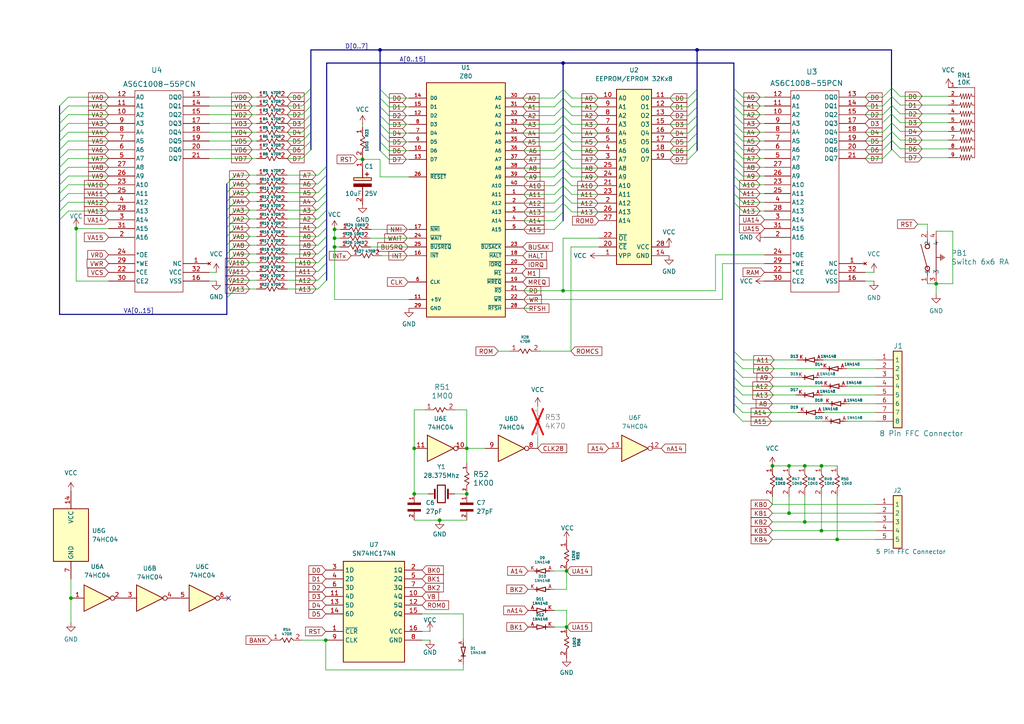
<source format=kicad_sch>
(kicad_sch (version 20250114) (generator "eeschema") (generator_version "9.0")
  (paper "A4")
  (lib_symbols
    (symbol "74HC04_1"
      (property "Reference" "U" (at 0 1.27 0))
      (property "Value" "74HC04" (at 0 -1.27 0))
      (symbol "74HC04_1_1_0"
        (pin input line (at -7.62 0 0) (length 3.81) (name "~") (number "1"))
        (pin output inverted (at 7.62 0 180) (length 3.81) (name "~") (number "2"))
      )
      (symbol "74HC04_1_2_0"
        (pin input line (at -7.62 0 0) (length 3.81) (name "~") (number "3"))
        (pin output inverted (at 7.62 0 180) (length 3.81) (name "~") (number "4"))
      )
      (symbol "74HC04_1_3_0"
        (pin input line (at -7.62 0 0) (length 3.81) (name "~") (number "5"))
        (pin output inverted (at 7.62 0 180) (length 3.81) (name "~") (number "6"))
      )
      (symbol "74HC04_1_4_0"
        (pin input line (at -7.62 0 0) (length 3.81) (name "~") (number "9"))
        (pin output inverted (at 7.62 0 180) (length 3.81) (name "~") (number "8"))
      )
      (symbol "74HC04_1_5_0"
        (pin input line (at -7.62 0 0) (length 3.81) (name "~") (number "11"))
        (pin output inverted (at 7.62 0 180) (length 3.81) (name "~") (number "10"))
      )
      (symbol "74HC04_1_6_0"
        (pin input line (at -7.62 0 0) (length 3.81) (name "~") (number "13"))
        (pin output inverted (at 7.62 0 180) (length 3.81) (name "~") (number "12"))
      )
      (symbol "74HC04_1_7_0"
        (pin power_in line (at 0 12.7 270) (length 5.08) (name "VCC") (number "14"))
        (pin power_in line (at 0 -12.7 90) (length 5.08) (name "GND") (number "7"))
      )
    )
    (symbol "Max128_Issue5:1N4148" (pin_names (offset 1.016))
      (property "Reference" "D" (at -1.016 0.762 0))
      (property "Value" "1N4148" (at -2.286 -2.032 0))
      (symbol "1N4148_0_0"
        (pin passive line (at -3.81 0 0) (length 2.54) (name "~") (number "A"))
        (pin passive line (at 3.81 0 180) (length 2.54) (name "~") (number "K"))
      )
    )
    (symbol "Max128_Issue5:2-1825027-0" (pin_names (offset 0.254))
      (property "Reference" "SW" (at 7.62 3.81 0))
      (property "Value" "Switch 6x6 RA" (at 0 0 0))
      (symbol "2-1825027-0_0_1"
        (pin unspecified line (at 0 0 0) (length 2.54) (name "1") (number "1"))
        (pin unspecified line (at 0 -2.54 0) (length 2.54) (name "3") (number "3"))
        (pin unspecified line (at 15.24 0 180) (length 2.54) (name "2") (number "2"))
        (pin unspecified line (at 15.24 -2.54 180) (length 2.54) (name "4") (number "4"))
      )
    )
    (symbol "Max128_Issue5:4609X-101-103LF" (pin_names (offset 1.016))
      (property "Reference" "RN" (at -10.1644 7.6215 0))
      (property "Value" "4609X-101-103LF" (at -10.17 -10.1666 0))
      (symbol "4609X-101-103LF_0_0"
        (pin passive line (at -10.16 -2.54 90) (length 2.54) (name "~") (number "1"))
        (pin passive line (at -7.62 -2.54 90) (length 2.54) (name "~") (number "2"))
        (pin passive line (at -5.08 -2.54 90) (length 2.54) (name "~") (number "3"))
        (pin passive line (at -2.54 -2.54 90) (length 2.54) (name "~") (number "4"))
        (pin passive line (at 0 -2.54 90) (length 2.54) (name "~") (number "5"))
        (pin passive line (at 2.54 -2.54 90) (length 2.54) (name "~") (number "6"))
        (pin passive line (at 5.08 -2.54 90) (length 2.54) (name "~") (number "7"))
        (pin passive line (at 7.62 -2.54 90) (length 2.54) (name "~") (number "8"))
        (pin passive line (at 10.16 -2.54 90) (length 2.54) (name "~") (number "9"))
      )
    )
    (symbol "Max128_Issue5:5-520315-5"
      (property "Reference" "J" (at 5.842 6.35 0))
      (property "Value" "5 Pin FFC Connector" (at -5.588 4.318 0))
      (symbol "5-520315-5_1_1"
        (pin passive line (at -1.27 0 0) (length 5.08) (name "1") (number "1"))
        (pin passive line (at -1.27 -2.54 0) (length 5.08) (name "2") (number "2"))
        (pin passive line (at -1.27 -5.08 0) (length 5.08) (name "3") (number "3"))
        (pin passive line (at -1.27 -7.62 0) (length 5.08) (name "4") (number "4"))
        (pin passive line (at -1.27 -10.16 0) (length 5.08) (name "5") (number "5"))
      )
    )
    (symbol "Max128_Issue5:5-520315-8"
      (property "Reference" "J" (at 5.842 6.35 0))
      (property "Value" "8 Pin FFC Connector" (at -5.588 4.318 0))
      (symbol "5-520315-8_1_1"
        (pin passive line (at -1.27 0 0) (length 5.08) (name "1") (number "1"))
        (pin passive line (at -1.27 -2.54 0) (length 5.08) (name "2") (number "2"))
        (pin passive line (at -1.27 -5.08 0) (length 5.08) (name "3") (number "3"))
        (pin passive line (at -1.27 -7.62 0) (length 5.08) (name "4") (number "4"))
        (pin passive line (at -1.27 -10.16 0) (length 5.08) (name "5") (number "5"))
        (pin passive line (at -1.27 -12.7 0) (length 5.08) (name "6") (number "6"))
        (pin passive line (at -1.27 -15.24 0) (length 5.08) (name "7") (number "7"))
        (pin passive line (at -1.27 -17.78 0) (length 5.08) (name "8") (number "8"))
      )
    )
    (symbol "Max128_Issue5:74HC04"
      (property "Reference" "U" (at 0 1.27 0))
      (property "Value" "74HC04" (at 0 -1.27 0))
      (symbol "74HC04_1_0"
        (pin input line (at -7.62 0 0) (length 3.81) (name "~") (number "1"))
        (pin output inverted (at 7.62 0 180) (length 3.81) (name "~") (number "2"))
      )
      (symbol "74HC04_2_0"
        (pin input line (at -7.62 0 0) (length 3.81) (name "~") (number "3"))
        (pin output inverted (at 7.62 0 180) (length 3.81) (name "~") (number "4"))
      )
      (symbol "74HC04_3_0"
        (pin input line (at -7.62 0 0) (length 3.81) (name "~") (number "5"))
        (pin output inverted (at 7.62 0 180) (length 3.81) (name "~") (number "6"))
      )
      (symbol "74HC04_4_0"
        (pin input line (at -7.62 0 0) (length 3.81) (name "~") (number "9"))
        (pin output inverted (at 7.62 0 180) (length 3.81) (name "~") (number "8"))
      )
      (symbol "74HC04_5_0"
        (pin input line (at -7.62 0 0) (length 3.81) (name "~") (number "11"))
        (pin output inverted (at 7.62 0 180) (length 3.81) (name "~") (number "10"))
      )
      (symbol "74HC04_6_0"
        (pin input line (at -7.62 0 0) (length 3.81) (name "~") (number "13"))
        (pin output inverted (at 7.62 0 180) (length 3.81) (name "~") (number "12"))
      )
      (symbol "74HC04_7_0"
        (pin power_in line (at 0 12.7 270) (length 5.08) (name "VCC") (number "14"))
        (pin power_in line (at 0 -12.7 90) (length 5.08) (name "GND") (number "7"))
      )
    )
    (symbol "Max128_Issue5:AS6C1008-55PCN" (pin_names (offset 0.254))
      (property "Reference" "U" (at 27.94 10.16 0))
      (property "Value" "AS6C1008-55PCN" (at 27.94 7.62 0))
      (symbol "AS6C1008-55PCN_0_1"
        (pin input line (at 8.89 -2.54 0) (length 7.62) (name "A0") (number "12"))
        (pin input line (at 8.89 -5.08 0) (length 7.62) (name "A1") (number "11"))
        (pin input line (at 8.89 -7.62 0) (length 7.62) (name "A2") (number "10"))
        (pin input line (at 8.89 -10.16 0) (length 7.62) (name "A3") (number "9"))
        (pin input line (at 8.89 -12.7 0) (length 7.62) (name "A4") (number "8"))
        (pin input line (at 8.89 -15.24 0) (length 7.62) (name "A5") (number "7"))
        (pin input line (at 8.89 -17.78 0) (length 7.62) (name "A6") (number "6"))
        (pin input line (at 8.89 -20.32 0) (length 7.62) (name "A7") (number "5"))
        (pin input line (at 8.89 -22.86 0) (length 7.62) (name "A8") (number "27"))
        (pin input line (at 8.89 -25.4 0) (length 7.62) (name "A9") (number "26"))
        (pin input line (at 8.89 -27.94 0) (length 7.62) (name "A10") (number "23"))
        (pin input line (at 8.89 -30.48 0) (length 7.62) (name "A11") (number "25"))
        (pin input line (at 8.89 -33.02 0) (length 7.62) (name "A12") (number "4"))
        (pin input line (at 8.89 -35.56 0) (length 7.62) (name "A13") (number "28"))
        (pin input line (at 8.89 -38.1 0) (length 7.62) (name "A14") (number "3"))
        (pin input line (at 8.89 -40.64 0) (length 7.62) (name "A15") (number "31"))
        (pin input line (at 8.89 -43.18 0) (length 7.62) (name "A16") (number "2"))
        (pin bidirectional line (at 8.89 -48.26 0) (length 7.62) (name "*OE") (number "24"))
        (pin input line (at 8.89 -50.8 0) (length 7.62) (name "*WE") (number "29"))
        (pin input line (at 8.89 -53.34 0) (length 7.62) (name "*CE") (number "22"))
        (pin input line (at 8.89 -55.88 0) (length 7.62) (name "CE2") (number "30"))
        (pin bidirectional line (at 38.1 -2.54 180) (length 7.62) (name "DQ0") (number "13"))
        (pin bidirectional line (at 38.1 -5.08 180) (length 7.62) (name "DQ1") (number "14"))
        (pin bidirectional line (at 38.1 -7.62 180) (length 7.62) (name "DQ2") (number "15"))
        (pin bidirectional line (at 38.1 -10.16 180) (length 7.62) (name "DQ3") (number "17"))
        (pin bidirectional line (at 38.1 -12.7 180) (length 7.62) (name "DQ4") (number "18"))
        (pin bidirectional line (at 38.1 -15.24 180) (length 7.62) (name "DQ5") (number "19"))
        (pin bidirectional line (at 38.1 -17.78 180) (length 7.62) (name "DQ6") (number "20"))
        (pin bidirectional line (at 38.1 -20.32 180) (length 7.62) (name "DQ7") (number "21"))
        (pin no_connect line (at 38.1 -50.8 180) (length 7.62) (name "NC") (number "1"))
        (pin power_in line (at 38.1 -53.34 180) (length 7.62) (name "VCC") (number "32"))
        (pin power_in line (at 38.1 -55.88 180) (length 7.62) (name "VSS") (number "16"))
      )
    )
    (symbol "Max128_Issue5:AT27C256R-45PU"
      (property "Reference" "U" (at 8.89 8.382 0))
      (property "Value" "EEPROM/EPROM 32Kx8" (at -1.27 4.572 0))
      (symbol "AT27C256R-45PU_1_1"
        (pin passive line (at 0 0 0) (length 5.08) (name "A0") (number "10"))
        (pin passive line (at 0 -2.54 0) (length 5.08) (name "A1") (number "9"))
        (pin passive line (at 0 -5.08 0) (length 5.08) (name "A2") (number "8"))
        (pin passive line (at 0 -7.62 0) (length 5.08) (name "A3") (number "7"))
        (pin passive line (at 0 -10.16 0) (length 5.08) (name "A4") (number "6"))
        (pin passive line (at 0 -12.7 0) (length 5.08) (name "A5") (number "5"))
        (pin passive line (at 0 -15.24 0) (length 5.08) (name "A6") (number "4"))
        (pin passive line (at 0 -17.78 0) (length 5.08) (name "A7") (number "3"))
        (pin passive line (at 0 -20.32 0) (length 5.08) (name "A8") (number "25"))
        (pin passive line (at 0 -22.86 0) (length 5.08) (name "A9") (number "24"))
        (pin passive line (at 0 -25.4 0) (length 5.08) (name "A10") (number "21"))
        (pin passive line (at 0 -27.94 0) (length 5.08) (name "A11") (number "23"))
        (pin passive line (at 0 -30.48 0) (length 5.08) (name "A12") (number "2"))
        (pin passive line (at 0 -33.02 0) (length 5.08) (name "A13") (number "26"))
        (pin passive line (at 0 -35.56 0) (length 5.08) (name "A14") (number "27"))
        (pin passive line (at 0 -40.64 0) (length 5.08) (name "~{OE}") (number "22"))
        (pin passive line (at 0 -43.18 0) (length 5.08) (name "~{CE}") (number "20"))
        (pin passive line (at 0 -45.72 0) (length 5.08) (name "VPP") (number "1"))
        (pin passive line (at 20.32 0 180) (length 5.08) (name "O0") (number "11"))
        (pin passive line (at 20.32 -2.54 180) (length 5.08) (name "O1") (number "12"))
        (pin passive line (at 20.32 -5.08 180) (length 5.08) (name "O2") (number "13"))
        (pin passive line (at 20.32 -7.62 180) (length 5.08) (name "O3") (number "15"))
        (pin passive line (at 20.32 -10.16 180) (length 5.08) (name "O4") (number "16"))
        (pin passive line (at 20.32 -12.7 180) (length 5.08) (name "O5") (number "17"))
        (pin passive line (at 20.32 -15.24 180) (length 5.08) (name "O6") (number "18"))
        (pin passive line (at 20.32 -17.78 180) (length 5.08) (name "O7") (number "19"))
        (pin passive line (at 20.32 -43.18 180) (length 5.08) (name "VCC") (number "28"))
        (pin passive line (at 20.32 -45.72 180) (length 5.08) (name "GND") (number "14"))
      )
    )
    (symbol "Max128_Issue5:CF14JT10K0" (pin_names (offset 0.254))
      (property "Reference" "R" (at 3.048 1.27 0))
      (property "Value" "10K0" (at 6.858 1.27 0))
      (symbol "CF14JT10K0_1_1"
        (pin unspecified line (at 1.27 0 0) (length 2.54) (name "") (number "1"))
        (pin unspecified line (at 10.16 0 180) (length 2.54) (name "") (number "2"))
      )
      (symbol "CF14JT10K0_1_2"
        (pin unspecified line (at 0 12.7 270) (length 2.54) (name "") (number "1"))
        (pin unspecified line (at 0 0 90) (length 2.54) (name "") (number "2"))
      )
    )
    (symbol "Max128_Issue5:CF14JT1K00" (pin_names (offset 0.254))
      (property "Reference" "R" (at 3.048 1.27 0))
      (property "Value" "1K00" (at 6.858 1.27 0))
      (symbol "CF14JT1K00_1_1"
        (pin unspecified line (at 1.27 0 0) (length 2.54) (name "") (number "1"))
        (pin unspecified line (at 10.16 0 180) (length 2.54) (name "") (number "2"))
      )
      (symbol "CF14JT1K00_1_2"
        (pin unspecified line (at 0 12.7 270) (length 2.54) (name "") (number "1"))
        (pin unspecified line (at 0 0 90) (length 2.54) (name "") (number "2"))
      )
    )
    (symbol "Max128_Issue5:CF14JT1M00" (pin_names (offset 0.254))
      (property "Reference" "R" (at 3.048 1.27 0))
      (property "Value" "1M00" (at 6.858 1.27 0))
      (symbol "CF14JT1M00_1_1"
        (pin unspecified line (at 1.27 0 0) (length 2.54) (name "") (number "1"))
        (pin unspecified line (at 10.16 0 180) (length 2.54) (name "") (number "2"))
      )
      (symbol "CF14JT1M00_1_2"
        (pin unspecified line (at 0 12.7 270) (length 2.54) (name "") (number "1"))
        (pin unspecified line (at 0 0 90) (length 2.54) (name "") (number "2"))
      )
    )
    (symbol "Max128_Issue5:CF14JT470R" (pin_names (offset 0.254))
      (property "Reference" "R" (at 3.048 1.27 0))
      (property "Value" "470R" (at 6.858 1.27 0))
      (symbol "CF14JT470R_1_1"
        (pin unspecified line (at 1.27 0 0) (length 2.54) (name "") (number "1"))
        (pin unspecified line (at 10.16 0 180) (length 2.54) (name "") (number "2"))
      )
      (symbol "CF14JT470R_1_2"
        (pin unspecified line (at 0 12.7 270) (length 2.54) (name "") (number "1"))
        (pin unspecified line (at 0 0 90) (length 2.54) (name "") (number "2"))
      )
    )
    (symbol "Max128_Issue5:CF14JT4K70" (pin_names (offset 0.254))
      (property "Reference" "R" (at 3.048 1.27 0))
      (property "Value" "4K70" (at 6.858 1.27 0))
      (symbol "CF14JT4K70_1_1"
        (pin unspecified line (at 1.27 0 0) (length 2.54) (name "") (number "1"))
        (pin unspecified line (at 10.16 0 180) (length 2.54) (name "") (number "2"))
      )
      (symbol "CF14JT4K70_1_2"
        (pin unspecified line (at 0 12.7 270) (length 2.54) (name "") (number "1"))
        (pin unspecified line (at 0 0 90) (length 2.54) (name "") (number "2"))
      )
    )
    (symbol "Max128_Issue5:Crystal" (pin_numbers (hide yes)) (pin_names (offset 1.016) (hide yes))
      (property "Reference" "Y" (at 0 3.81 0))
      (property "Value" "Crystal" (at 0 -3.81 0))
      (symbol "Crystal_1_1"
        (pin passive line (at -3.81 0 0) (length 1.27) (name "1") (number "1"))
        (pin passive line (at 3.81 0 180) (length 1.27) (name "2") (number "2"))
      )
    )
    (symbol "Max128_Issue5:ECA-1EM100B" (pin_names (hide yes))
      (property "Reference" "C" (at 8.89 6.35 0))
      (property "Value" "ECA-1EM100B" (at 8.89 3.81 0))
      (symbol "ECA-1EM100B_1_1"
        (pin passive line (at 0 0 0) (length 2.54) (name "+") (number "1"))
        (pin passive line (at 12.7 0 180) (length 2.54) (name "-") (number "2"))
      )
    )
    (symbol "Max128_Issue5:FG18C0G1H270JNT06" (pin_names (offset 1.016))
      (property "Reference" "C" (at 0 3.8109 0))
      (property "Value" "FG18C0G1H270JNT06" (at 0 -5.0885 0))
      (symbol "FG18C0G1H270JNT06_0_0"
        (pin passive line (at -2.54 0 0) (length 2.54) (name "~") (number "1"))
        (pin passive line (at 5.08 0 180) (length 2.54) (name "~") (number "2"))
      )
    )
    (symbol "Max128_Issue5:SN74HC174N"
      (property "Reference" "IC" (at 24.13 7.62 0))
      (property "Value" "SN74HC174N" (at 24.13 5.08 0))
      (symbol "SN74HC174N_1_1"
        (pin passive line (at 0 0 0) (length 5.08) (name "1D") (number "3"))
        (pin passive line (at 0 -2.54 0) (length 5.08) (name "2D") (number "4"))
        (pin passive line (at 0 -5.08 0) (length 5.08) (name "3D") (number "6"))
        (pin passive line (at 0 -7.62 0) (length 5.08) (name "4D") (number "11"))
        (pin passive line (at 0 -10.16 0) (length 5.08) (name "5D") (number "13"))
        (pin passive line (at 0 -12.7 0) (length 5.08) (name "6D") (number "14"))
        (pin passive line (at 0 -17.78 0) (length 5.08) (name "~{CLR}") (number "1"))
        (pin passive line (at 0 -20.32 0) (length 5.08) (name "CLK") (number "9"))
        (pin passive line (at 27.94 0 180) (length 5.08) (name "1Q") (number "2"))
        (pin passive line (at 27.94 -2.54 180) (length 5.08) (name "2Q") (number "5"))
        (pin passive line (at 27.94 -5.08 180) (length 5.08) (name "3Q") (number "7"))
        (pin passive line (at 27.94 -7.62 180) (length 5.08) (name "4Q") (number "10"))
        (pin passive line (at 27.94 -10.16 180) (length 5.08) (name "5Q") (number "12"))
        (pin passive line (at 27.94 -12.7 180) (length 5.08) (name "6Q") (number "15"))
        (pin passive line (at 27.94 -17.78 180) (length 5.08) (name "VCC") (number "16"))
        (pin passive line (at 27.94 -20.32 180) (length 5.08) (name "GND") (number "8"))
      )
    )
    (symbol "Max128_Issue5:Z84C0010PEG" (pin_names (offset 1.016))
      (property "Reference" "U" (at 14.478 7.366 0))
      (property "Value" "Z80 CPU" (at 13.462 3.556 0))
      (symbol "Z84C0010PEG_0_0"
        (pin bidirectional line (at 0 1.27 0) (length 5.08) (name "D0") (number "14"))
        (pin bidirectional line (at 0 -1.27 0) (length 5.08) (name "D1") (number "15"))
        (pin bidirectional line (at 0 -3.81 0) (length 5.08) (name "D2") (number "12"))
        (pin bidirectional line (at 0 -6.35 0) (length 5.08) (name "D3") (number "8"))
        (pin bidirectional line (at 0 -8.89 0) (length 5.08) (name "D4") (number "7"))
        (pin bidirectional line (at 0 -11.43 0) (length 5.08) (name "D5") (number "9"))
        (pin bidirectional line (at 0 -13.97 0) (length 5.08) (name "D6") (number "10"))
        (pin bidirectional line (at 0 -16.51 0) (length 5.08) (name "D7") (number "13"))
        (pin bidirectional line (at 0 -21.59 0) (length 5.08) (name "~{RESET}") (number "26"))
        (pin bidirectional line (at 0 -36.83 0) (length 5.08) (name "~{NMI}") (number "17"))
        (pin bidirectional line (at 0 -39.37 0) (length 5.08) (name "~{WAIT}") (number "24"))
        (pin bidirectional line (at 0 -41.91 0) (length 5.08) (name "~{BUSREQ}") (number "25"))
        (pin bidirectional line (at 0 -44.45 0) (length 5.08) (name "~{INT}") (number "16"))
        (pin bidirectional line (at 0 -52.07 0) (length 5.08) (name "CLK") (number "6"))
        (pin bidirectional line (at 0 -57.15 0) (length 5.08) (name "+5V") (number "11"))
        (pin bidirectional line (at 0 -59.69 0) (length 5.08) (name "GND") (number "29"))
        (pin bidirectional line (at 33.02 1.27 180) (length 5.08) (name "A0") (number "30"))
        (pin bidirectional line (at 33.02 -1.27 180) (length 5.08) (name "A1") (number "31"))
        (pin bidirectional line (at 33.02 -3.81 180) (length 5.08) (name "A2") (number "32"))
        (pin bidirectional line (at 33.02 -6.35 180) (length 5.08) (name "A3") (number "33"))
        (pin bidirectional line (at 33.02 -8.89 180) (length 5.08) (name "A4") (number "34"))
        (pin bidirectional line (at 33.02 -11.43 180) (length 5.08) (name "A5") (number "35"))
        (pin bidirectional line (at 33.02 -13.97 180) (length 5.08) (name "A6") (number "36"))
        (pin bidirectional line (at 33.02 -16.51 180) (length 5.08) (name "A7") (number "37"))
        (pin bidirectional line (at 33.02 -19.05 180) (length 5.08) (name "A8") (number "38"))
        (pin bidirectional line (at 33.02 -21.59 180) (length 5.08) (name "A9") (number "39"))
        (pin bidirectional line (at 33.02 -24.13 180) (length 5.08) (name "A10") (number "40"))
        (pin bidirectional line (at 33.02 -26.67 180) (length 5.08) (name "A11") (number "1"))
        (pin bidirectional line (at 33.02 -29.21 180) (length 5.08) (name "A12") (number "2"))
        (pin bidirectional line (at 33.02 -31.75 180) (length 5.08) (name "A13") (number "3"))
        (pin bidirectional line (at 33.02 -34.29 180) (length 5.08) (name "A14") (number "4"))
        (pin bidirectional line (at 33.02 -36.83 180) (length 5.08) (name "A15") (number "5"))
        (pin bidirectional line (at 33.02 -41.91 180) (length 5.08) (name "~{BUSACK}") (number "23"))
        (pin bidirectional line (at 33.02 -44.45 180) (length 5.08) (name "~{HALT}") (number "18"))
        (pin bidirectional line (at 33.02 -46.99 180) (length 5.08) (name "~{IORQ}") (number "20"))
        (pin bidirectional line (at 33.02 -49.53 180) (length 5.08) (name "~{M1}") (number "27"))
        (pin bidirectional line (at 33.02 -52.07 180) (length 5.08) (name "~{MREQ}") (number "19"))
        (pin bidirectional line (at 33.02 -54.61 180) (length 5.08) (name "~{RD}") (number "21"))
        (pin bidirectional line (at 33.02 -57.15 180) (length 5.08) (name "~{WR}") (number "22"))
        (pin bidirectional line (at 33.02 -59.69 180) (length 5.08) (name "~{RFSH}") (number "28"))
      )
    )
    (symbol "power:GND" (power) (pin_numbers (hide yes)) (pin_names (offset 0) (hide yes))
      (property "Value" "GND" (at 0 -3.81 0))
      (symbol "GND_1_1"
        (pin power_in line (at 0 0 270) (length 0) (name "~") (number "1"))
      )
    )
    (symbol "power:VCC" (power) (pin_numbers (hide yes)) (pin_names (offset 0) (hide yes))
      (property "Value" "VCC" (at 0 3.556 0))
      (symbol "VCC_1_1"
        (pin power_in line (at 0 0 90) (length 0) (name "~") (number "1"))
      )
    )
  )
  (junction (at 127.508 150.876))
  (junction (at 20.574 173.482))
  (junction (at 164.338 165.608))
  (junction (at 163.322 84.328))
  (junction (at 228.854 148.844))
  (junction (at 233.426 151.384))
  (junction (at 22.098 66.294))
  (junction (at 233.426 135.128))
  (junction (at 135.382 130.048))
  (junction (at 105.156 46.228))
  (junction (at 110.236 14.478))
  (junction (at 163.322 18.288))
  (junction (at 135.382 143.256))
  (junction (at 228.854 135.128))
  (junction (at 97.028 71.628))
  (junction (at 238.252 135.128))
  (junction (at 224.028 135.128))
  (junction (at 238.252 153.924))
  (junction (at 97.028 66.548))
  (junction (at 202.184 14.478))
  (junction (at 94.488 185.674))
  (junction (at 164.338 181.864))
  (junction (at 242.824 156.464))
  (junction (at 271.526 82.296))
  (junction (at 120.142 130.048))
  (junction (at 120.142 143.256))
  (junction (at 97.028 69.088))
  (no_connect (at 66.294 173.482))
  (bus_entry (at 110.236 38.608) (size 2.54 2.54))
  (bus_entry (at 65.786 63.5) (size 2.54 -2.54))
  (bus_entry (at 17.272 30.734) (size 2.54 -2.54))
  (bus_entry (at 65.786 81.534) (size 2.54 -2.54))
  (bus_entry (at 163.322 28.448) (size 2.54 2.54))
  (bus_entry (at 163.322 33.528) (size -2.54 2.54))
  (bus_entry (at 212.852 109.474) (size 2.54 2.54))
  (bus_entry (at 17.272 53.594) (size 2.54 -2.54))
  (bus_entry (at 212.852 51.054) (size 2.54 2.54))
  (bus_entry (at 94.742 71.12) (size -2.54 2.54))
  (bus_entry (at 90.17 28.194) (size -2.54 2.54))
  (bus_entry (at 94.742 50.8) (size -2.54 2.54))
  (bus_entry (at 163.322 28.448) (size -2.54 2.54))
  (bus_entry (at 258.572 33.02) (size 2.54 2.54))
  (bus_entry (at 90.17 25.654) (size -2.54 2.54))
  (bus_entry (at 17.272 63.754) (size 2.54 -2.54))
  (bus_entry (at 212.852 45.974) (size 2.54 2.54))
  (bus_entry (at 212.852 48.514) (size 2.54 2.54))
  (bus_entry (at 212.852 117.094) (size 2.54 2.54))
  (bus_entry (at 110.236 41.148) (size 2.54 2.54))
  (bus_entry (at 17.272 40.894) (size 2.54 -2.54))
  (bus_entry (at 94.742 68.58) (size -2.54 2.54))
  (bus_entry (at 163.322 53.848) (size -2.54 2.54))
  (bus_entry (at 258.572 35.814) (size -2.54 2.54))
  (bus_entry (at 94.742 81.28) (size -2.54 2.54))
  (bus_entry (at 17.272 35.814) (size 2.54 -2.54))
  (bus_entry (at 110.236 33.528) (size 2.54 2.54))
  (bus_entry (at 258.572 28.194) (size -2.54 2.54))
  (bus_entry (at 17.272 56.134) (size 2.54 -2.54))
  (bus_entry (at 163.322 41.148) (size -2.54 2.54))
  (bus_entry (at 17.272 48.514) (size 2.54 -2.54))
  (bus_entry (at 212.852 58.674) (size 2.54 2.54))
  (bus_entry (at 212.852 56.134) (size 2.54 2.54))
  (bus_entry (at 110.236 43.688) (size 2.54 2.54))
  (bus_entry (at 110.236 36.068) (size 2.54 2.54))
  (bus_entry (at 90.17 30.734) (size -2.54 2.54))
  (bus_entry (at 212.852 30.734) (size 2.54 2.54))
  (bus_entry (at 212.852 43.434) (size 2.54 2.54))
  (bus_entry (at 90.17 35.814) (size -2.54 2.54))
  (bus_entry (at 90.17 40.894) (size -2.54 2.54))
  (bus_entry (at 202.184 33.528) (size -2.54 2.54))
  (bus_entry (at 163.322 43.688) (size -2.54 2.54))
  (bus_entry (at 202.184 30.988) (size -2.54 2.54))
  (bus_entry (at 258.572 33.02) (size -2.54 2.54))
  (bus_entry (at 212.852 112.014) (size 2.54 2.54))
  (bus_entry (at 258.572 25.4) (size 2.54 2.54))
  (bus_entry (at 94.742 58.166) (size -2.54 2.54))
  (bus_entry (at 258.572 35.56) (size 2.54 2.54))
  (bus_entry (at 202.184 38.608) (size -2.54 2.54))
  (bus_entry (at 94.742 66.04) (size -2.54 2.54))
  (bus_entry (at 65.786 86.36) (size 2.54 -2.54))
  (bus_entry (at 94.742 53.34) (size -2.54 2.54))
  (bus_entry (at 94.742 63.5) (size -2.54 2.54))
  (bus_entry (at 94.742 76.2) (size -2.54 2.54))
  (bus_entry (at 65.786 68.58) (size 2.54 -2.54))
  (bus_entry (at 163.322 30.988) (size -2.54 2.54))
  (bus_entry (at 212.852 53.594) (size 2.54 2.54))
  (bus_entry (at 258.572 30.734) (size -2.54 2.54))
  (bus_entry (at 212.852 35.814) (size 2.54 2.54))
  (bus_entry (at 258.572 30.48) (size 2.54 2.54))
  (bus_entry (at 163.322 51.308) (size 2.54 2.54))
  (bus_entry (at 163.322 36.068) (size 2.54 2.54))
  (bus_entry (at 17.272 45.974) (size 2.54 -2.54))
  (bus_entry (at 163.322 48.768) (size 2.54 2.54))
  (bus_entry (at 202.184 43.688) (size -2.54 2.54))
  (bus_entry (at 17.272 51.054) (size 2.54 -2.54))
  (bus_entry (at 17.272 61.214) (size 2.54 -2.54))
  (bus_entry (at 163.322 25.908) (size 2.54 2.54))
  (bus_entry (at 65.786 83.82) (size 2.54 -2.54))
  (bus_entry (at 110.236 28.448) (size 2.54 2.54))
  (bus_entry (at 163.322 46.228) (size 2.54 2.54))
  (bus_entry (at 212.852 114.554) (size 2.54 2.54))
  (bus_entry (at 258.572 43.18) (size 2.54 2.54))
  (bus_entry (at 212.852 40.894) (size 2.54 2.54))
  (bus_entry (at 212.852 101.854) (size 2.54 2.54))
  (bus_entry (at 110.236 25.908) (size 2.54 2.54))
  (bus_entry (at 163.322 46.228) (size -2.54 2.54))
  (bus_entry (at 202.184 41.148) (size -2.54 2.54))
  (bus_entry (at 163.322 33.528) (size 2.54 2.54))
  (bus_entry (at 212.852 33.274) (size 2.54 2.54))
  (bus_entry (at 212.852 28.194) (size 2.54 2.54))
  (bus_entry (at 258.572 43.434) (size -2.54 2.54))
  (bus_entry (at 163.322 43.688) (size 2.54 2.54))
  (bus_entry (at 94.742 78.74) (size -2.54 2.54))
  (bus_entry (at 212.852 104.394) (size 2.54 2.54))
  (bus_entry (at 65.786 53.34) (size 2.54 -2.54))
  (bus_entry (at 65.786 58.42) (size 2.54 -2.54))
  (bus_entry (at 163.322 30.988) (size 2.54 2.54))
  (bus_entry (at 17.272 38.354) (size 2.54 -2.54))
  (bus_entry (at 110.236 30.988) (size 2.54 2.54))
  (bus_entry (at 202.184 25.908) (size -2.54 2.54))
  (bus_entry (at 163.322 61.468) (size -2.54 2.54))
  (bus_entry (at 90.17 43.434) (size -2.54 2.54))
  (bus_entry (at 17.272 43.434) (size 2.54 -2.54))
  (bus_entry (at 258.572 40.64) (size 2.54 2.54))
  (bus_entry (at 163.322 58.928) (size 2.54 2.54))
  (bus_entry (at 94.742 60.96) (size -2.54 2.54))
  (bus_entry (at 17.272 58.674) (size 2.54 -2.54))
  (bus_entry (at 163.322 25.908) (size -2.54 2.54))
  (bus_entry (at 163.322 38.608) (size -2.54 2.54))
  (bus_entry (at 258.572 27.94) (size 2.54 2.54))
  (bus_entry (at 163.322 53.848) (size 2.54 2.54))
  (bus_entry (at 65.786 60.96) (size 2.54 -2.54))
  (bus_entry (at 94.742 48.26) (size -2.54 2.54))
  (bus_entry (at 202.184 36.068) (size -2.54 2.54))
  (bus_entry (at 258.572 38.354) (size -2.54 2.54))
  (bus_entry (at 65.786 78.74) (size 2.54 -2.54))
  (bus_entry (at 163.322 51.308) (size -2.54 2.54))
  (bus_entry (at 94.742 73.66) (size -2.54 2.54))
  (bus_entry (at 90.17 33.274) (size -2.54 2.54))
  (bus_entry (at 65.786 71.12) (size 2.54 -2.54))
  (bus_entry (at 202.184 28.448) (size -2.54 2.54))
  (bus_entry (at 212.852 25.654) (size 2.54 2.54))
  (bus_entry (at 258.572 40.894) (size -2.54 2.54))
  (bus_entry (at 258.572 25.654) (size -2.54 2.54))
  (bus_entry (at 90.17 38.354) (size -2.54 2.54))
  (bus_entry (at 94.742 55.88) (size -2.54 2.54))
  (bus_entry (at 17.272 33.274) (size 2.54 -2.54))
  (bus_entry (at 163.322 38.608) (size 2.54 2.54))
  (bus_entry (at 163.322 56.388) (size 2.54 2.54))
  (bus_entry (at 163.322 64.008) (size -2.54 2.54))
  (bus_entry (at 163.322 58.928) (size -2.54 2.54))
  (bus_entry (at 65.786 66.04) (size 2.54 -2.54))
  (bus_entry (at 65.786 76.2) (size 2.54 -2.54))
  (bus_entry (at 163.322 56.388) (size -2.54 2.54))
  (bus_entry (at 163.322 36.068) (size -2.54 2.54))
  (bus_entry (at 212.852 119.634) (size 2.54 2.54))
  (bus_entry (at 163.322 41.148) (size 2.54 2.54))
  (bus_entry (at 163.322 48.768) (size -2.54 2.54))
  (bus_entry (at 212.852 106.934) (size 2.54 2.54))
  (bus_entry (at 212.852 38.354) (size 2.54 2.54))
  (bus_entry (at 65.786 73.66) (size 2.54 -2.54))
  (bus_entry (at 65.786 55.88) (size 2.54 -2.54))
  (bus_entry (at 258.572 38.1) (size 2.54 2.54))
  (bus (pts (xy 202.184 25.908) (xy 202.184 28.448)))
  (wire (pts (xy 165.862 41.148) (xy 173.736 41.148)))
  (wire (pts (xy 135.382 118.872) (xy 135.382 130.048)))
  (wire (pts (xy 199.644 41.148) (xy 194.056 41.148)))
  (wire (pts (xy 92.202 53.34) (xy 83.312 53.34)))
  (bus (pts (xy 212.852 101.854) (xy 212.852 104.394)))
  (wire (pts (xy 151.638 89.408) (xy 154.178 89.408)))
  (wire (pts (xy 165.862 38.608) (xy 173.736 38.608)))
  (bus (pts (xy 202.184 41.148) (xy 202.184 43.688)))
  (wire (pts (xy 92.202 83.82) (xy 83.312 83.82)))
  (wire (pts (xy 261.112 40.64) (xy 275.082 40.64)))
  (wire (pts (xy 87.63 185.674) (xy 94.488 185.674)))
  (bus (pts (xy 90.17 28.194) (xy 90.17 25.654)))
  (bus (pts (xy 212.852 112.014) (xy 212.852 114.554)))
  (wire (pts (xy 94.488 194.31) (xy 94.488 185.674)))
  (wire (pts (xy 68.326 83.82) (xy 74.422 83.82)))
  (wire (pts (xy 68.326 53.34) (xy 74.422 53.34)))
  (bus (pts (xy 17.272 43.434) (xy 17.272 45.974)))
  (bus (pts (xy 90.17 33.274) (xy 90.17 30.734)))
  (bus (pts (xy 163.322 61.468) (xy 163.322 64.008)))
  (bus (pts (xy 163.322 58.928) (xy 163.322 61.468)))
  (wire (pts (xy 163.322 69.088) (xy 163.322 84.328)))
  (bus (pts (xy 17.272 48.514) (xy 17.272 51.054)))
  (bus (pts (xy 202.184 14.478) (xy 258.572 14.478)))
  (bus (pts (xy 212.852 18.288) (xy 212.852 25.654)))
  (wire (pts (xy 97.028 66.548) (xy 97.028 69.088)))
  (wire (pts (xy 31.496 81.534) (xy 22.098 81.534)))
  (wire (pts (xy 246.38 117.094) (xy 254 117.094)))
  (bus (pts (xy 94.742 50.8) (xy 94.742 48.26)))
  (wire (pts (xy 173.736 71.628) (xy 165.608 71.628)))
  (wire (pts (xy 215.392 61.214) (xy 221.742 61.214)))
  (bus (pts (xy 258.572 30.734) (xy 258.572 33.02)))
  (wire (pts (xy 19.812 58.674) (xy 31.496 58.674)))
  (wire (pts (xy 83.312 73.66) (xy 92.202 73.66)))
  (bus (pts (xy 258.572 28.194) (xy 258.572 30.48)))
  (wire (pts (xy 276.352 82.296) (xy 276.352 67.056)))
  (wire (pts (xy 68.326 71.12) (xy 74.422 71.12)))
  (wire (pts (xy 199.644 46.228) (xy 194.056 46.228)))
  (wire (pts (xy 120.142 118.872) (xy 120.142 130.048)))
  (bus (pts (xy 17.272 45.974) (xy 17.272 48.514)))
  (bus (pts (xy 212.852 28.194) (xy 212.852 30.734)))
  (wire (pts (xy 144.526 101.854) (xy 147.828 101.854)))
  (bus (pts (xy 94.742 68.58) (xy 94.742 66.04)))
  (bus (pts (xy 17.272 38.354) (xy 17.272 40.894)))
  (bus (pts (xy 202.184 14.478) (xy 202.184 25.908)))
  (wire (pts (xy 60.706 30.734) (xy 74.422 30.734)))
  (wire (pts (xy 107.442 71.628) (xy 118.618 71.628)))
  (wire (pts (xy 245.872 112.014) (xy 254 112.014)))
  (wire (pts (xy 165.862 61.468) (xy 173.736 61.468)))
  (wire (pts (xy 112.776 28.448) (xy 118.618 28.448)))
  (wire (pts (xy 215.392 40.894) (xy 221.742 40.894)))
  (bus (pts (xy 212.852 43.434) (xy 212.852 45.974)))
  (bus (pts (xy 94.742 71.12) (xy 94.742 68.58)))
  (bus (pts (xy 90.17 43.434) (xy 90.17 40.894)))
  (wire (pts (xy 122.428 185.674) (xy 124.714 185.674)))
  (wire (pts (xy 165.862 56.388) (xy 173.736 56.388)))
  (wire (pts (xy 19.812 61.214) (xy 31.496 61.214)))
  (wire (pts (xy 253.492 78.994) (xy 250.952 78.994)))
  (wire (pts (xy 83.312 33.274) (xy 87.63 33.274)))
  (wire (pts (xy 60.706 45.974) (xy 74.422 45.974)))
  (bus (pts (xy 65.786 68.58) (xy 65.786 71.12)))
  (bus (pts (xy 17.272 91.186) (xy 65.786 91.186)))
  (wire (pts (xy 19.812 28.194) (xy 31.496 28.194)))
  (wire (pts (xy 19.812 43.434) (xy 31.496 43.434)))
  (wire (pts (xy 215.392 114.554) (xy 230.886 114.554)))
  (wire (pts (xy 105.156 36.83) (xy 105.156 36.068)))
  (wire (pts (xy 92.202 58.42) (xy 83.312 58.42)))
  (bus (pts (xy 163.322 56.388) (xy 163.322 58.928)))
  (bus (pts (xy 90.17 35.814) (xy 90.17 33.274)))
  (wire (pts (xy 261.112 33.02) (xy 275.082 33.02)))
  (bus (pts (xy 17.272 63.754) (xy 17.272 91.186)))
  (bus (pts (xy 17.272 61.214) (xy 17.272 63.754)))
  (bus (pts (xy 94.742 78.74) (xy 94.742 76.2)))
  (wire (pts (xy 151.638 53.848) (xy 160.782 53.848)))
  (wire (pts (xy 215.392 38.354) (xy 221.742 38.354)))
  (bus (pts (xy 163.322 48.768) (xy 163.322 51.308)))
  (wire (pts (xy 165.862 28.448) (xy 173.736 28.448)))
  (wire (pts (xy 199.644 36.068) (xy 194.056 36.068)))
  (wire (pts (xy 123.19 118.872) (xy 120.142 118.872)))
  (bus (pts (xy 202.184 30.988) (xy 202.184 33.528)))
  (bus (pts (xy 163.322 51.308) (xy 163.322 53.848)))
  (bus (pts (xy 110.236 38.608) (xy 110.236 41.148)))
  (bus (pts (xy 94.742 66.04) (xy 94.742 63.5)))
  (bus (pts (xy 212.852 33.274) (xy 212.852 35.814)))
  (bus (pts (xy 212.852 104.394) (xy 212.852 106.934)))
  (wire (pts (xy 68.326 63.5) (xy 74.422 63.5)))
  (wire (pts (xy 151.638 64.008) (xy 160.782 64.008)))
  (wire (pts (xy 238.252 153.924) (xy 238.252 144.018)))
  (bus (pts (xy 94.742 55.88) (xy 94.742 53.34)))
  (wire (pts (xy 124.206 143.256) (xy 120.142 143.256)))
  (bus (pts (xy 212.852 30.734) (xy 212.852 33.274)))
  (wire (pts (xy 221.742 73.914) (xy 207.518 73.914)))
  (wire (pts (xy 83.312 40.894) (xy 87.63 40.894)))
  (wire (pts (xy 151.638 48.768) (xy 160.782 48.768)))
  (wire (pts (xy 83.312 71.12) (xy 92.202 71.12)))
  (wire (pts (xy 215.392 33.274) (xy 221.742 33.274)))
  (wire (pts (xy 253.492 81.534) (xy 250.952 81.534)))
  (wire (pts (xy 103.632 46.228) (xy 105.156 46.228)))
  (wire (pts (xy 155.956 126.746) (xy 155.956 130.048)))
  (bus (pts (xy 94.742 18.288) (xy 163.322 18.288)))
  (wire (pts (xy 105.156 45.72) (xy 105.156 46.228)))
  (wire (pts (xy 135.382 130.048) (xy 135.382 134.366)))
  (wire (pts (xy 20.574 167.894) (xy 20.574 173.482)))
  (bus (pts (xy 202.184 33.528) (xy 202.184 36.068)))
  (bus (pts (xy 17.272 40.894) (xy 17.272 43.434)))
  (wire (pts (xy 60.706 43.434) (xy 74.422 43.434)))
  (wire (pts (xy 242.824 156.464) (xy 254 156.464)))
  (bus (pts (xy 258.572 27.94) (xy 258.572 28.194)))
  (bus (pts (xy 258.572 35.56) (xy 258.572 35.814)))
  (wire (pts (xy 165.862 33.528) (xy 173.736 33.528)))
  (wire (pts (xy 19.812 53.594) (xy 31.496 53.594)))
  (wire (pts (xy 134.366 194.31) (xy 134.366 192.786)))
  (wire (pts (xy 245.618 106.934) (xy 254 106.934)))
  (bus (pts (xy 65.786 60.96) (xy 65.786 63.5)))
  (wire (pts (xy 97.028 66.548) (xy 98.806 66.548)))
  (wire (pts (xy 151.638 30.988) (xy 160.782 30.988)))
  (bus (pts (xy 65.786 78.74) (xy 65.786 81.534)))
  (wire (pts (xy 215.392 53.594) (xy 221.742 53.594)))
  (wire (pts (xy 19.812 38.354) (xy 31.496 38.354)))
  (bus (pts (xy 110.236 30.988) (xy 110.236 33.528)))
  (wire (pts (xy 19.812 30.734) (xy 31.496 30.734)))
  (wire (pts (xy 22.098 66.294) (xy 22.098 66.04)))
  (wire (pts (xy 215.392 56.134) (xy 221.742 56.134)))
  (wire (pts (xy 68.326 81.28) (xy 74.422 81.28)))
  (bus (pts (xy 17.272 33.274) (xy 17.272 35.814)))
  (wire (pts (xy 151.638 79.248) (xy 151.384 79.248)))
  (wire (pts (xy 60.706 38.354) (xy 74.422 38.354)))
  (bus (pts (xy 212.852 51.054) (xy 212.852 53.594)))
  (wire (pts (xy 228.854 135.128) (xy 233.426 135.128)))
  (bus (pts (xy 163.322 43.688) (xy 163.322 41.148)))
  (wire (pts (xy 165.862 30.988) (xy 173.736 30.988)))
  (wire (pts (xy 224.028 135.128) (xy 228.854 135.128)))
  (wire (pts (xy 151.638 38.608) (xy 160.782 38.608)))
  (wire (pts (xy 131.826 143.256) (xy 135.382 143.256)))
  (bus (pts (xy 212.852 114.554) (xy 212.852 117.094)))
  (wire (pts (xy 19.812 35.814) (xy 31.496 35.814)))
  (wire (pts (xy 215.392 112.014) (xy 238.252 112.014)))
  (bus (pts (xy 110.236 14.478) (xy 110.236 25.908)))
  (wire (pts (xy 215.392 30.734) (xy 221.742 30.734)))
  (wire (pts (xy 112.776 46.228) (xy 118.618 46.228)))
  (wire (pts (xy 165.862 43.688) (xy 173.736 43.688)))
  (bus (pts (xy 202.184 38.608) (xy 202.184 41.148)))
  (wire (pts (xy 256.032 28.194) (xy 250.952 28.194)))
  (wire (pts (xy 60.706 35.814) (xy 74.422 35.814)))
  (wire (pts (xy 60.706 28.194) (xy 74.422 28.194)))
  (wire (pts (xy 165.862 51.308) (xy 173.736 51.308)))
  (bus (pts (xy 212.852 56.134) (xy 212.852 58.674)))
  (bus (pts (xy 212.852 109.474) (xy 212.852 112.014)))
  (wire (pts (xy 151.638 66.548) (xy 160.782 66.548)))
  (bus (pts (xy 17.272 56.134) (xy 17.272 58.674)))
  (bus (pts (xy 212.852 45.974) (xy 212.852 48.514)))
  (wire (pts (xy 22.098 81.534) (xy 22.098 66.294)))
  (wire (pts (xy 92.202 81.28) (xy 83.312 81.28)))
  (wire (pts (xy 68.326 66.04) (xy 74.422 66.04)))
  (bus (pts (xy 94.742 81.28) (xy 94.742 78.74)))
  (wire (pts (xy 105.156 46.228) (xy 105.156 46.482)))
  (bus (pts (xy 110.236 41.148) (xy 110.236 43.688)))
  (bus (pts (xy 163.322 43.688) (xy 163.322 46.228)))
  (wire (pts (xy 151.638 56.388) (xy 160.782 56.388)))
  (wire (pts (xy 112.776 43.688) (xy 118.618 43.688)))
  (bus (pts (xy 258.572 25.4) (xy 258.572 25.654)))
  (wire (pts (xy 261.112 30.48) (xy 275.082 30.48)))
  (bus (pts (xy 202.184 28.448) (xy 202.184 30.988)))
  (bus (pts (xy 90.17 25.654) (xy 90.17 14.478)))
  (bus (pts (xy 212.852 38.354) (xy 212.852 40.894)))
  (wire (pts (xy 242.824 156.464) (xy 242.824 144.018)))
  (bus (pts (xy 258.572 30.48) (xy 258.572 30.734)))
  (bus (pts (xy 212.852 25.654) (xy 212.852 28.194)))
  (bus (pts (xy 163.322 25.908) (xy 163.322 28.448)))
  (wire (pts (xy 165.608 71.628) (xy 165.608 101.854)))
  (bus (pts (xy 212.852 48.514) (xy 212.852 51.054)))
  (bus (pts (xy 110.236 28.448) (xy 110.236 30.988)))
  (wire (pts (xy 221.742 76.454) (xy 209.55 76.454)))
  (wire (pts (xy 68.326 60.96) (xy 74.422 60.96)))
  (wire (pts (xy 107.442 69.088) (xy 118.618 69.088)))
  (wire (pts (xy 215.392 45.974) (xy 221.742 45.974)))
  (bus (pts (xy 163.322 38.608) (xy 163.322 41.148)))
  (wire (pts (xy 151.638 84.328) (xy 163.322 84.328)))
  (wire (pts (xy 60.706 33.274) (xy 74.422 33.274)))
  (bus (pts (xy 90.17 30.734) (xy 90.17 28.194)))
  (wire (pts (xy 151.638 41.148) (xy 160.782 41.148)))
  (wire (pts (xy 199.644 33.528) (xy 194.056 33.528)))
  (wire (pts (xy 120.142 150.876) (xy 127.508 150.876)))
  (wire (pts (xy 68.326 55.88) (xy 74.422 55.88)))
  (wire (pts (xy 60.706 78.994) (xy 62.738 78.994)))
  (wire (pts (xy 107.696 66.548) (xy 118.618 66.548)))
  (wire (pts (xy 19.812 40.894) (xy 31.496 40.894)))
  (wire (pts (xy 112.776 33.528) (xy 118.618 33.528)))
  (wire (pts (xy 134.366 194.31) (xy 94.488 194.31)))
  (bus (pts (xy 65.786 76.2) (xy 65.786 78.74)))
  (wire (pts (xy 199.644 30.988) (xy 194.056 30.988)))
  (bus (pts (xy 90.17 38.354) (xy 90.17 35.814)))
  (wire (pts (xy 91.948 60.96) (xy 91.948 60.706)))
  (bus (pts (xy 212.852 117.094) (xy 212.852 119.634)))
  (bus (pts (xy 163.322 18.288) (xy 212.852 18.288)))
  (wire (pts (xy 120.142 143.256) (xy 120.142 130.048)))
  (wire (pts (xy 207.518 84.328) (xy 163.322 84.328)))
  (bus (pts (xy 163.322 33.528) (xy 163.322 36.068)))
  (wire (pts (xy 83.312 45.974) (xy 87.63 45.974)))
  (wire (pts (xy 224.028 144.018) (xy 224.028 146.304)))
  (bus (pts (xy 65.786 83.82) (xy 65.786 86.36)))
  (bus (pts (xy 94.742 63.5) (xy 94.742 60.96)))
  (wire (pts (xy 97.028 69.088) (xy 97.028 71.628)))
  (wire (pts (xy 207.518 73.914) (xy 207.518 84.328)))
  (bus (pts (xy 94.742 60.96) (xy 94.742 58.166)))
  (wire (pts (xy 165.608 101.854) (xy 156.718 101.854)))
  (wire (pts (xy 98.552 69.088) (xy 97.028 69.088)))
  (bus (pts (xy 258.572 40.64) (xy 258.572 40.894)))
  (bus (pts (xy 163.322 46.228) (xy 163.322 48.768)))
  (wire (pts (xy 19.812 56.134) (xy 31.496 56.134)))
  (wire (pts (xy 199.644 43.688) (xy 194.056 43.688)))
  (bus (pts (xy 65.786 86.36) (xy 65.786 91.186)))
  (wire (pts (xy 250.952 38.354) (xy 256.032 38.354)))
  (bus (pts (xy 110.236 14.478) (xy 202.184 14.478)))
  (wire (pts (xy 233.426 151.384) (xy 254 151.384)))
  (bus (pts (xy 65.786 55.88) (xy 65.786 58.42)))
  (wire (pts (xy 215.392 122.174) (xy 238.506 122.174)))
  (bus (pts (xy 110.236 33.528) (xy 110.236 36.068)))
  (wire (pts (xy 68.326 76.2) (xy 74.422 76.2)))
  (bus (pts (xy 163.322 53.848) (xy 163.322 56.388)))
  (bus (pts (xy 212.852 53.594) (xy 212.852 56.134)))
  (wire (pts (xy 68.326 73.66) (xy 74.422 73.66)))
  (bus (pts (xy 258.572 40.894) (xy 258.572 43.18)))
  (bus (pts (xy 163.322 30.988) (xy 163.322 33.528)))
  (wire (pts (xy 135.382 130.048) (xy 140.716 130.048)))
  (bus (pts (xy 65.786 63.5) (xy 65.786 66.04)))
  (wire (pts (xy 118.364 81.788) (xy 118.618 81.788)))
  (bus (pts (xy 258.572 33.02) (xy 258.572 35.56)))
  (bus (pts (xy 90.17 14.478) (xy 110.236 14.478)))
  (wire (pts (xy 224.028 156.464) (xy 242.824 156.464)))
  (bus (pts (xy 202.184 36.068) (xy 202.184 38.608)))
  (wire (pts (xy 127.508 150.876) (xy 135.382 150.876)))
  (wire (pts (xy 215.392 117.094) (xy 238.76 117.094)))
  (wire (pts (xy 215.392 28.194) (xy 221.742 28.194)))
  (wire (pts (xy 92.202 55.88) (xy 83.312 55.88)))
  (bus (pts (xy 212.852 58.674) (xy 212.852 101.854)))
  (wire (pts (xy 68.58 78.74) (xy 74.422 78.74)))
  (bus (pts (xy 258.572 25.654) (xy 258.572 27.94)))
  (bus (pts (xy 258.572 35.814) (xy 258.572 38.1)))
  (wire (pts (xy 83.312 35.814) (xy 87.63 35.814)))
  (wire (pts (xy 97.028 86.868) (xy 97.028 71.628)))
  (wire (pts (xy 112.776 30.988) (xy 118.618 30.988)))
  (wire (pts (xy 151.638 51.308) (xy 160.782 51.308)))
  (wire (pts (xy 92.202 68.58) (xy 83.312 68.58)))
  (wire (pts (xy 228.854 148.844) (xy 228.854 144.018)))
  (wire (pts (xy 164.338 177.038) (xy 164.338 181.864)))
  (wire (pts (xy 224.028 151.384) (xy 233.426 151.384)))
  (wire (pts (xy 173.736 69.088) (xy 163.322 69.088)))
  (wire (pts (xy 165.862 48.768) (xy 173.736 48.768)))
  (wire (pts (xy 238.506 114.554) (xy 254 114.554)))
  (wire (pts (xy 91.948 60.706) (xy 92.202 60.706)))
  (wire (pts (xy 271.526 85.344) (xy 271.526 82.296)))
  (wire (pts (xy 118.618 51.308) (xy 110.236 51.308)))
  (wire (pts (xy 224.028 153.924) (xy 238.252 153.924)))
  (wire (pts (xy 215.392 109.474) (xy 230.886 109.474)))
  (wire (pts (xy 215.392 51.054) (xy 221.742 51.054)))
  (wire (pts (xy 110.236 46.228) (xy 105.156 46.228)))
  (bus (pts (xy 17.272 53.594) (xy 17.272 56.134)))
  (bus (pts (xy 258.572 38.1) (xy 258.572 38.354)))
  (wire (pts (xy 60.706 40.894) (xy 74.422 40.894)))
  (wire (pts (xy 83.312 76.2) (xy 92.202 76.2)))
  (bus (pts (xy 258.572 43.18) (xy 258.572 43.434)))
  (wire (pts (xy 151.638 46.228) (xy 160.782 46.228)))
  (wire (pts (xy 215.392 43.434) (xy 221.742 43.434)))
  (wire (pts (xy 83.312 30.734) (xy 87.63 30.734)))
  (wire (pts (xy 165.862 46.228) (xy 173.736 46.228)))
  (wire (pts (xy 19.812 45.974) (xy 31.496 45.974)))
  (wire (pts (xy 92.202 66.04) (xy 83.312 66.04)))
  (wire (pts (xy 261.112 43.18) (xy 275.082 43.18)))
  (bus (pts (xy 110.236 36.068) (xy 110.236 38.608)))
  (wire (pts (xy 199.644 38.608) (xy 194.056 38.608)))
  (wire (pts (xy 68.326 50.8) (xy 74.422 50.8)))
  (wire (pts (xy 132.08 118.872) (xy 135.382 118.872)))
  (wire (pts (xy 261.112 35.56) (xy 275.082 35.56)))
  (wire (pts (xy 134.366 178.054) (xy 134.366 185.166)))
  (wire (pts (xy 165.862 58.928) (xy 173.736 58.928)))
  (wire (pts (xy 199.644 28.448) (xy 194.056 28.448)))
  (wire (pts (xy 268.986 65.024) (xy 268.986 67.056)))
  (wire (pts (xy 83.312 60.96) (xy 91.948 60.96)))
  (bus (pts (xy 17.272 35.814) (xy 17.272 38.354)))
  (wire (pts (xy 268.986 82.296) (xy 271.526 82.296)))
  (wire (pts (xy 68.58 78.994) (xy 68.58 78.74)))
  (wire (pts (xy 238.252 153.924) (xy 254 153.924)))
  (wire (pts (xy 160.782 165.608) (xy 164.338 165.608)))
  (wire (pts (xy 151.638 28.448) (xy 160.782 28.448)))
  (wire (pts (xy 19.812 33.274) (xy 31.496 33.274)))
  (bus (pts (xy 163.322 18.288) (xy 163.322 25.908)))
  (wire (pts (xy 92.202 63.5) (xy 83.312 63.5)))
  (wire (pts (xy 98.552 71.628) (xy 97.028 71.628)))
  (wire (pts (xy 68.326 68.58) (xy 74.422 68.58)))
  (wire (pts (xy 151.638 61.468) (xy 160.782 61.468)))
  (wire (pts (xy 83.312 43.434) (xy 87.63 43.434)))
  (wire (pts (xy 68.326 78.994) (xy 68.58 78.994)))
  (wire (pts (xy 20.574 180.594) (xy 20.574 173.482)))
  (wire (pts (xy 19.812 51.054) (xy 31.496 51.054)))
  (wire (pts (xy 215.392 104.394) (xy 231.14 104.394)))
  (wire (pts (xy 233.426 135.128) (xy 238.252 135.128)))
  (wire (pts (xy 215.392 48.514) (xy 221.742 48.514)))
  (bus (pts (xy 65.786 53.34) (xy 65.786 55.88)))
  (bus (pts (xy 212.852 40.894) (xy 212.852 43.434)))
  (wire (pts (xy 110.744 74.168) (xy 118.618 74.168)))
  (bus (pts (xy 65.786 58.42) (xy 65.786 60.96)))
  (wire (pts (xy 215.392 119.634) (xy 231.394 119.634)))
  (wire (pts (xy 68.326 58.42) (xy 74.422 58.42)))
  (wire (pts (xy 271.526 82.296) (xy 276.352 82.296)))
  (wire (pts (xy 215.392 35.814) (xy 221.742 35.814)))
  (wire (pts (xy 122.428 183.134) (xy 124.714 183.134)))
  (wire (pts (xy 215.392 106.934) (xy 237.998 106.934)))
  (bus (pts (xy 65.786 71.12) (xy 65.786 73.66)))
  (bus (pts (xy 65.786 66.04) (xy 65.786 68.58)))
  (wire (pts (xy 160.782 177.038) (xy 164.338 177.038)))
  (wire (pts (xy 250.952 33.274) (xy 256.032 33.274)))
  (wire (pts (xy 92.202 50.8) (xy 83.312 50.8)))
  (wire (pts (xy 250.952 30.734) (xy 256.032 30.734)))
  (bus (pts (xy 17.272 51.054) (xy 17.272 53.594)))
  (wire (pts (xy 151.638 33.528) (xy 160.782 33.528)))
  (wire (pts (xy 112.776 38.608) (xy 118.618 38.608)))
  (wire (pts (xy 83.312 38.354) (xy 87.63 38.354)))
  (wire (pts (xy 164.338 170.942) (xy 164.338 165.608)))
  (wire (pts (xy 31.496 66.294) (xy 22.098 66.294)))
  (wire (pts (xy 209.55 76.454) (xy 209.55 86.868)))
  (wire (pts (xy 246.126 122.174) (xy 254 122.174)))
  (bus (pts (xy 212.852 106.934) (xy 212.852 109.474)))
  (bus (pts (xy 163.322 36.068) (xy 163.322 38.608)))
  (wire (pts (xy 228.854 148.844) (xy 254 148.844)))
  (wire (pts (xy 250.952 45.974) (xy 256.032 45.974)))
  (bus (pts (xy 94.742 73.66) (xy 94.742 71.12)))
  (wire (pts (xy 122.428 178.054) (xy 134.366 178.054)))
  (bus (pts (xy 94.742 58.166) (xy 94.742 55.88)))
  (wire (pts (xy 224.028 148.844) (xy 228.854 148.844)))
  (bus (pts (xy 110.236 25.908) (xy 110.236 28.448)))
  (wire (pts (xy 215.392 58.674) (xy 221.742 58.674)))
  (bus (pts (xy 65.786 81.534) (xy 65.786 83.82)))
  (wire (pts (xy 19.812 48.514) (xy 31.496 48.514)))
  (bus (pts (xy 90.17 40.894) (xy 90.17 38.354)))
  (wire (pts (xy 151.638 43.688) (xy 160.782 43.688)))
  (wire (pts (xy 62.738 81.534) (xy 60.706 81.534)))
  (wire (pts (xy 118.618 86.868) (xy 97.028 86.868)))
  (wire (pts (xy 261.112 38.1) (xy 275.082 38.1)))
  (bus (pts (xy 17.272 58.674) (xy 17.272 61.214)))
  (wire (pts (xy 239.014 119.634) (xy 254 119.634)))
  (bus (pts (xy 258.572 14.478) (xy 258.572 25.4)))
  (wire (pts (xy 83.312 28.194) (xy 87.63 28.194)))
  (wire (pts (xy 165.862 36.068) (xy 173.736 36.068)))
  (wire (pts (xy 151.638 36.068) (xy 160.782 36.068)))
  (bus (pts (xy 258.572 38.354) (xy 258.572 40.64)))
  (bus (pts (xy 94.742 48.26) (xy 94.742 18.288)))
  (wire (pts (xy 261.112 45.72) (xy 275.082 45.72)))
  (wire (pts (xy 238.76 104.394) (xy 254 104.394)))
  (wire (pts (xy 112.776 41.148) (xy 118.618 41.148)))
  (bus (pts (xy 94.742 53.34) (xy 94.742 50.8)))
  (wire (pts (xy 160.782 181.864) (xy 164.338 181.864)))
  (wire (pts (xy 238.252 135.128) (xy 242.824 135.128)))
  (wire (pts (xy 266.192 65.024) (xy 268.986 65.024)))
  (wire (pts (xy 112.776 36.068) (xy 118.618 36.068)))
  (wire (pts (xy 160.782 170.942) (xy 164.338 170.942)))
  (wire (pts (xy 92.202 78.74) (xy 83.312 78.74)))
  (wire (pts (xy 238.506 109.474) (xy 254 109.474)))
  (wire (pts (xy 250.952 40.894) (xy 256.032 40.894)))
  (bus (pts (xy 17.272 30.734) (xy 17.272 33.274)))
  (wire (pts (xy 276.352 67.056) (xy 271.526 67.056)))
  (bus (pts (xy 163.322 28.448) (xy 163.322 30.988)))
  (wire (pts (xy 233.426 151.384) (xy 233.426 144.018)))
  (wire (pts (xy 165.862 53.848) (xy 173.736 53.848)))
  (bus (pts (xy 65.786 73.66) (xy 65.786 76.2)))
  (wire (pts (xy 261.112 27.94) (xy 275.082 27.94)))
  (wire (pts (xy 151.638 86.868) (xy 209.55 86.868)))
  (wire (pts (xy 250.952 43.434) (xy 256.032 43.434)))
  (wire (pts (xy 224.028 146.304) (xy 254 146.304)))
  (bus (pts (xy 94.742 76.2) (xy 94.742 73.66)))
  (wire (pts (xy 110.236 51.308) (xy 110.236 46.228)))
  (bus (pts (xy 212.852 35.814) (xy 212.852 38.354)))
  (wire (pts (xy 151.638 58.928) (xy 160.782 58.928)))
  (label "D[0..7]" (at 100.076 14.478 0))
  (label "A[0..15]" (at 115.824 18.288 0))
  (label "VA[0..15]" (at 44.704 91.186 180))
  (global_label "A11" (shape input) (at 173.482 56.388 180) (property "Intersheetrefs" "${INTERSHEET_REFS}" (effects (hide yes))))
  (global_label "KB3" (shape input) (at 224.028 153.924 180) (property "Intersheetrefs" "${INTERSHEET_REFS}" (effects (hide yes))))
  (global_label "A6" (shape input) (at 91.694 53.34 180) (property "Intersheetrefs" "${INTERSHEET_REFS}" (effects (hide yes))))
  (global_label "VB" (shape input) (at 122.428 172.974 0) (property "Intersheetrefs" "${INTERSHEET_REFS}" (effects (hide yes))))
  (global_label "A1" (shape input) (at 151.638 30.988 0) (property "Intersheetrefs" "${INTERSHEET_REFS}" (effects (hide yes))))
  (global_label "A4" (shape input) (at 91.694 58.42 180) (property "Intersheetrefs" "${INTERSHEET_REFS}" (effects (hide yes))))
  (global_label "HALT" (shape input) (at 151.638 74.168 0) (property "Intersheetrefs" "${INTERSHEET_REFS}" (effects (hide yes))))
  (global_label "ROM0" (shape input) (at 173.736 64.008 180) (property "Intersheetrefs" "${INTERSHEET_REFS}" (effects (hide yes))))
  (global_label "D7" (shape input) (at 194.31 46.228 0) (property "Intersheetrefs" "${INTERSHEET_REFS}" (effects (hide yes))))
  (global_label "D0" (shape input) (at 83.312 28.194 0) (property "Intersheetrefs" "${INTERSHEET_REFS}" (effects (hide yes))))
  (global_label "D7" (shape input) (at 83.312 45.974 0) (property "Intersheetrefs" "${INTERSHEET_REFS}" (effects (hide yes))))
  (global_label "NMI" (shape input) (at 118.11 66.548 180) (property "Intersheetrefs" "${INTERSHEET_REFS}" (effects (hide yes))))
  (global_label "A12" (shape input) (at 173.482 58.928 180) (property "Intersheetrefs" "${INTERSHEET_REFS}" (effects (hide yes))))
  (global_label "D5" (shape input) (at 250.952 40.894 0) (property "Intersheetrefs" "${INTERSHEET_REFS}" (effects (hide yes))))
  (global_label "A12" (shape input) (at 91.694 81.28 180) (property "Intersheetrefs" "${INTERSHEET_REFS}" (effects (hide yes))))
  (global_label "nA14" (shape input) (at 153.162 177.038 180) (property "Intersheetrefs" "${INTERSHEET_REFS}" (effects (hide yes))))
  (global_label "A7" (shape input) (at 220.472 45.974 180) (property "Intersheetrefs" "${INTERSHEET_REFS}" (effects (hide yes))))
  (global_label "A10" (shape input) (at 224.536 106.934 180) (property "Intersheetrefs" "${INTERSHEET_REFS}" (effects (hide yes))))
  (global_label "BUSAK" (shape input) (at 151.638 71.628 0) (property "Intersheetrefs" "${INTERSHEET_REFS}" (effects (hide yes))))
  (global_label "VD0" (shape input) (at 73.152 28.194 180) (property "Intersheetrefs" "${INTERSHEET_REFS}" (effects (hide yes))))
  (global_label "A2" (shape input) (at 173.482 33.528 180) (property "Intersheetrefs" "${INTERSHEET_REFS}" (effects (hide yes))))
  (global_label "D0" (shape input) (at 117.856 28.448 180) (property "Intersheetrefs" "${INTERSHEET_REFS}" (effects (hide yes))))
  (global_label "A8" (shape input) (at 220.472 48.514 180) (property "Intersheetrefs" "${INTERSHEET_REFS}" (effects (hide yes))))
  (global_label "A0" (shape input) (at 151.638 28.448 0) (property "Intersheetrefs" "${INTERSHEET_REFS}" (effects (hide yes))))
  (global_label "VA6" (shape input) (at 31.496 43.434 180) (property "Intersheetrefs" "${INTERSHEET_REFS}" (effects (hide yes))))
  (global_label "BK2" (shape input) (at 153.162 170.942 180) (property "Intersheetrefs" "${INTERSHEET_REFS}" (effects (hide yes))))
  (global_label "VA1" (shape input) (at 72.39 66.04 180) (property "Intersheetrefs" "${INTERSHEET_REFS}" (effects (hide yes))))
  (global_label "A5" (shape input) (at 220.472 40.894 180) (property "Intersheetrefs" "${INTERSHEET_REFS}" (effects (hide yes))))
  (global_label "VA5" (shape input) (at 72.39 55.88 180) (property "Intersheetrefs" "${INTERSHEET_REFS}" (effects (hide yes))))
  (global_label "VWR" (shape input) (at 31.496 76.454 180) (property "Intersheetrefs" "${INTERSHEET_REFS}" (effects (hide yes))))
  (global_label "VA15" (shape input) (at 31.496 68.834 180) (property "Intersheetrefs" "${INTERSHEET_REFS}" (effects (hide yes))))
  (global_label "D6" (shape input) (at 250.952 43.434 0) (property "Intersheetrefs" "${INTERSHEET_REFS}" (effects (hide yes))))
  (global_label "A15" (shape input) (at 151.892 66.548 0) (property "Intersheetrefs" "${INTERSHEET_REFS}" (effects (hide yes))))
  (global_label "A14" (shape input) (at 223.774 119.634 180) (property "Intersheetrefs" "${INTERSHEET_REFS}" (effects (hide yes))))
  (global_label "VA3" (shape input) (at 31.496 35.814 180) (property "Intersheetrefs" "${INTERSHEET_REFS}" (effects (hide yes))))
  (global_label "A2" (shape input) (at 91.694 63.5 180) (property "Intersheetrefs" "${INTERSHEET_REFS}" (effects (hide yes))))
  (global_label "VA10" (shape input) (at 31.496 53.594 180) (property "Intersheetrefs" "${INTERSHEET_REFS}" (effects (hide yes))))
  (global_label "VA10" (shape input) (at 72.39 76.2 180) (property "Intersheetrefs" "${INTERSHEET_REFS}" (effects (hide yes))))
  (global_label "D5" (shape input) (at 94.488 178.054 180) (property "Intersheetrefs" "${INTERSHEET_REFS}" (effects (hide yes))))
  (global_label "RAM" (shape input) (at 221.742 78.994 180) (property "Intersheetrefs" "${INTERSHEET_REFS}" (effects (hide yes))))
  (global_label "VA8" (shape input) (at 72.39 71.12 180) (property "Intersheetrefs" "${INTERSHEET_REFS}" (effects (hide yes))))
  (global_label "BK0" (shape input) (at 122.428 165.354 0) (property "Intersheetrefs" "${INTERSHEET_REFS}" (effects (hide yes))))
  (global_label "D3" (shape input) (at 250.952 35.814 0) (property "Intersheetrefs" "${INTERSHEET_REFS}" (effects (hide yes))))
  (global_label "D0" (shape input) (at 250.952 28.194 0) (property "Intersheetrefs" "${INTERSHEET_REFS}" (effects (hide yes))))
  (global_label "D3" (shape input) (at 194.31 36.068 0) (property "Intersheetrefs" "${INTERSHEET_REFS}" (effects (hide yes))))
  (global_label "A6" (shape input) (at 151.892 43.688 0) (property "Intersheetrefs" "${INTERSHEET_REFS}" (effects (hide yes))))
  (global_label "D1" (shape input) (at 94.488 167.894 180) (property "Intersheetrefs" "${INTERSHEET_REFS}" (effects (hide yes))))
  (global_label "nA14" (shape input) (at 191.77 130.048 0) (property "Intersheetrefs" "${INTERSHEET_REFS}" (effects (hide yes))))
  (global_label "D2" (shape input) (at 194.31 33.528 0) (property "Intersheetrefs" "${INTERSHEET_REFS}" (effects (hide yes))))
  (global_label "VA7" (shape input) (at 31.496 45.974 180) (property "Intersheetrefs" "${INTERSHEET_REFS}" (effects (hide yes))))
  (global_label "A0" (shape input) (at 91.694 68.58 180) (property "Intersheetrefs" "${INTERSHEET_REFS}" (effects (hide yes))))
  (global_label "VA5" (shape input) (at 31.496 40.894 180) (property "Intersheetrefs" "${INTERSHEET_REFS}" (effects (hide yes))))
  (global_label "UA14" (shape input) (at 164.338 165.608 0) (property "Intersheetrefs" "${INTERSHEET_REFS}" (effects (hide yes))))
  (global_label "D0" (shape input) (at 267.462 27.94 180) (property "Intersheetrefs" "${INTERSHEET_REFS}" (effects (hide yes))))
  (global_label "D5" (shape input) (at 194.31 41.148 0) (property "Intersheetrefs" "${INTERSHEET_REFS}" (effects (hide yes))))
  (global_label "D6" (shape input) (at 117.856 43.688 180) (property "Intersheetrefs" "${INTERSHEET_REFS}" (effects (hide yes))))
  (global_label "VA4" (shape input) (at 31.496 38.354 180) (property "Intersheetrefs" "${INTERSHEET_REFS}" (effects (hide yes))))
  (global_label "A10" (shape input) (at 91.694 76.2 180) (property "Intersheetrefs" "${INTERSHEET_REFS}" (effects (hide yes))))
  (global_label "A15" (shape input) (at 223.774 122.174 180) (property "Intersheetrefs" "${INTERSHEET_REFS}" (effects (hide yes))))
  (global_label "UA14" (shape input) (at 221.742 63.754 180) (property "Intersheetrefs" "${INTERSHEET_REFS}" (effects (hide yes))))
  (global_label "BK1" (shape input) (at 122.428 167.894 0) (property "Intersheetrefs" "${INTERSHEET_REFS}" (effects (hide yes))))
  (global_label "D4" (shape input) (at 250.952 38.354 0) (property "Intersheetrefs" "${INTERSHEET_REFS}" (effects (hide yes))))
  (global_label "A1" (shape input) (at 91.694 66.04 180) (property "Intersheetrefs" "${INTERSHEET_REFS}" (effects (hide yes))))
  (global_label "D4" (shape input) (at 194.31 38.608 0) (property "Intersheetrefs" "${INTERSHEET_REFS}" (effects (hide yes))))
  (global_label "M1" (shape input) (at 151.384 79.248 0) (property "Intersheetrefs" "${INTERSHEET_REFS}" (effects (hide yes))))
  (global_label "A8" (shape input) (at 91.694 71.12 180) (property "Intersheetrefs" "${INTERSHEET_REFS}" (effects (hide yes))))
  (global_label "A7" (shape input) (at 173.482 46.228 180) (property "Intersheetrefs" "${INTERSHEET_REFS}" (effects (hide yes))))
  (global_label "D4" (shape input) (at 94.488 175.514 180) (property "Intersheetrefs" "${INTERSHEET_REFS}" (effects (hide yes))))
  (global_label "A13" (shape input) (at 224.282 114.554 180) (property "Intersheetrefs" "${INTERSHEET_REFS}" (effects (hide yes))))
  (global_label "IORQ" (shape input) (at 151.638 76.708 0) (property "Intersheetrefs" "${INTERSHEET_REFS}" (effects (hide yes))))
  (global_label "VA12" (shape input) (at 31.496 58.674 180) (property "Intersheetrefs" "${INTERSHEET_REFS}" (effects (hide yes))))
  (global_label "VA8" (shape input) (at 31.496 48.514 180) (property "Intersheetrefs" "${INTERSHEET_REFS}" (effects (hide yes))))
  (global_label "RST" (shape input) (at 103.632 46.228 180) (property "Intersheetrefs" "${INTERSHEET_REFS}" (effects (hide yes))))
  (global_label "VA13" (shape input) (at 31.496 61.214 180) (property "Intersheetrefs" "${INTERSHEET_REFS}" (effects (hide yes))))
  (global_label "A9" (shape input) (at 220.472 51.054 180) (property "Intersheetrefs" "${INTERSHEET_REFS}" (effects (hide yes))))
  (global_label "A5" (shape input) (at 91.694 55.88 180) (property "Intersheetrefs" "${INTERSHEET_REFS}" (effects (hide yes))))
  (global_label "D4" (shape input) (at 117.856 38.608 180) (property "Intersheetrefs" "${INTERSHEET_REFS}" (effects (hide yes))))
  (global_label "A12" (shape input) (at 220.472 58.674 180) (property "Intersheetrefs" "${INTERSHEET_REFS}" (effects (hide yes))))
  (global_label "A11" (shape input) (at 220.472 56.134 180) (property "Intersheetrefs" "${INTERSHEET_REFS}" (effects (hide yes))))
  (global_label "INTx" (shape input) (at 101.854 74.168 180) (property "Intersheetrefs" "${INTERSHEET_REFS}" (effects (hide yes))))
  (global_label "A11" (shape input) (at 91.694 78.74 180) (property "Intersheetrefs" "${INTERSHEET_REFS}" (effects (hide yes))))
  (global_label "KB1" (shape input) (at 224.028 148.844 180) (property "Intersheetrefs" "${INTERSHEET_REFS}" (effects (hide yes))))
  (global_label "A1" (shape input) (at 220.472 30.734 180) (property "Intersheetrefs" "${INTERSHEET_REFS}" (effects (hide yes))))
  (global_label "CLK28" (shape input) (at 155.956 130.048 0) (property "Intersheetrefs" "${INTERSHEET_REFS}" (effects (hide yes))))
  (global_label "A10" (shape input) (at 151.892 53.848 0) (property "Intersheetrefs" "${INTERSHEET_REFS}" (effects (hide yes))))
  (global_label "KB2" (shape input) (at 224.028 151.384 180) (property "Intersheetrefs" "${INTERSHEET_REFS}" (effects (hide yes))))
  (global_label "A8" (shape input) (at 224.028 117.094 180) (property "Intersheetrefs" "${INTERSHEET_REFS}" (effects (hide yes))))
  (global_label "BK2" (shape input) (at 122.428 170.434 0) (property "Intersheetrefs" "${INTERSHEET_REFS}" (effects (hide yes))))
  (global_label "A13" (shape input) (at 220.472 61.214 180) (property "Intersheetrefs" "${INTERSHEET_REFS}" (effects (hide yes))))
  (global_label "A6" (shape input) (at 220.472 43.434 180) (property "Intersheetrefs" "${INTERSHEET_REFS}" (effects (hide yes))))
  (global_label "VA14" (shape input) (at 31.496 63.754 180) (property "Intersheetrefs" "${INTERSHEET_REFS}" (effects (hide yes))))
  (global_label "INT" (shape input) (at 118.11 74.168 180) (property "Intersheetrefs" "${INTERSHEET_REFS}" (effects (hide yes))))
  (global_label "A9" (shape input) (at 91.694 73.66 180) (property "Intersheetrefs" "${INTERSHEET_REFS}" (effects (hide yes))))
  (global_label "CLK" (shape input) (at 118.364 81.788 180) (property "Intersheetrefs" "${INTERSHEET_REFS}" (effects (hide yes))))
  (global_label "VD1" (shape input) (at 73.152 30.734 180) (property "Intersheetrefs" "${INTERSHEET_REFS}" (effects (hide yes))))
  (global_label "A13" (shape input) (at 91.694 83.82 180) (property "Intersheetrefs" "${INTERSHEET_REFS}" (effects (hide yes))))
  (global_label "D0" (shape input) (at 194.31 28.448 0) (property "Intersheetrefs" "${INTERSHEET_REFS}" (effects (hide yes))))
  (global_label "VA4" (shape input) (at 72.39 58.42 180) (property "Intersheetrefs" "${INTERSHEET_REFS}" (effects (hide yes))))
  (global_label "ROMCS" (shape input) (at 165.608 101.854 0) (property "Intersheetrefs" "${INTERSHEET_REFS}" (effects (hide yes))))
  (global_label "D1" (shape input) (at 250.952 30.734 0) (property "Intersheetrefs" "${INTERSHEET_REFS}" (effects (hide yes))))
  (global_label "D7" (shape input) (at 250.952 45.974 0) (property "Intersheetrefs" "${INTERSHEET_REFS}" (effects (hide yes))))
  (global_label "A9" (shape input) (at 224.282 109.474 180) (property "Intersheetrefs" "${INTERSHEET_REFS}" (effects (hide yes))))
  (global_label "A0" (shape input) (at 220.472 28.194 180) (property "Intersheetrefs" "${INTERSHEET_REFS}" (effects (hide yes))))
  (global_label "A12" (shape input) (at 151.892 58.928 0) (property "Intersheetrefs" "${INTERSHEET_REFS}" (effects (hide yes))))
  (global_label "VA2" (shape input) (at 72.39 63.5 180) (property "Intersheetrefs" "${INTERSHEET_REFS}" (effects (hide yes))))
  (global_label "D3" (shape input) (at 83.312 35.814 0) (property "Intersheetrefs" "${INTERSHEET_REFS}" (effects (hide yes))))
  (global_label "A14" (shape input) (at 153.162 165.608 180) (property "Intersheetrefs" "${INTERSHEET_REFS}" (effects (hide yes))))
  (global_label "VD5" (shape input) (at 73.152 40.894 180) (property "Intersheetrefs" "${INTERSHEET_REFS}" (effects (hide yes))))
  (global_label "D1" (shape input) (at 83.312 30.734 0) (property "Intersheetrefs" "${INTERSHEET_REFS}" (effects (hide yes))))
  (global_label "D2" (shape input) (at 117.856 33.528 180) (property "Intersheetrefs" "${INTERSHEET_REFS}" (effects (hide yes))))
  (global_label "D4" (shape input) (at 267.462 38.1 180) (property "Intersheetrefs" "${INTERSHEET_REFS}" (effects (hide yes))))
  (global_label "A9" (shape input) (at 173.482 51.308 180) (property "Intersheetrefs" "${INTERSHEET_REFS}" (effects (hide yes))))
  (global_label "D3" (shape input) (at 267.462 35.56 180) (property "Intersheetrefs" "${INTERSHEET_REFS}" (effects (hide yes))))
  (global_label "A3" (shape input) (at 220.472 35.814 180) (property "Intersheetrefs" "${INTERSHEET_REFS}" (effects (hide yes))))
  (global_label "RFSH" (shape input) (at 151.892 89.408 0) (property "Intersheetrefs" "${INTERSHEET_REFS}" (effects (hide yes))))
  (global_label "D1" (shape input) (at 117.856 30.988 180) (property "Intersheetrefs" "${INTERSHEET_REFS}" (effects (hide yes))))
  (global_label "A4" (shape input) (at 220.472 38.354 180) (property "Intersheetrefs" "${INTERSHEET_REFS}" (effects (hide yes))))
  (global_label "D5" (shape input) (at 83.312 40.894 0) (property "Intersheetrefs" "${INTERSHEET_REFS}" (effects (hide yes))))
  (global_label "A2" (shape input) (at 220.472 33.274 180) (property "Intersheetrefs" "${INTERSHEET_REFS}" (effects (hide yes))))
  (global_label "KB4" (shape input) (at 224.028 156.464 180) (property "Intersheetrefs" "${INTERSHEET_REFS}" (effects (hide yes))))
  (global_label "A8" (shape input) (at 151.892 48.768 0) (property "Intersheetrefs" "${INTERSHEET_REFS}" (effects (hide yes))))
  (global_label "A11" (shape input) (at 151.892 56.388 0) (property "Intersheetrefs" "${INTERSHEET_REFS}" (effects (hide yes))))
  (global_label "VCS" (shape input) (at 31.496 78.994 180) (property "Intersheetrefs" "${INTERSHEET_REFS}" (effects (hide yes))))
  (global_label "VD2" (shape input) (at 73.152 33.274 180) (property "Intersheetrefs" "${INTERSHEET_REFS}" (effects (hide yes))))
  (global_label "BK1" (shape input) (at 153.162 181.864 180) (property "Intersheetrefs" "${INTERSHEET_REFS}" (effects (hide yes))))
  (global_label "A3" (shape input) (at 91.694 60.96 180) (property "Intersheetrefs" "${INTERSHEET_REFS}" (effects (hide yes))))
  (global_label "A5" (shape input) (at 173.482 41.148 180) (property "Intersheetrefs" "${INTERSHEET_REFS}" (effects (hide yes))))
  (global_label "D5" (shape input) (at 267.462 40.64 180) (property "Intersheetrefs" "${INTERSHEET_REFS}" (effects (hide yes))))
  (global_label "UA15" (shape input) (at 221.742 66.294 180) (property "Intersheetrefs" "${INTERSHEET_REFS}" (effects (hide yes))))
  (global_label "A14" (shape input) (at 176.53 130.048 180) (property "Intersheetrefs" "${INTERSHEET_REFS}" (effects (hide yes))))
  (global_label "RST" (shape input) (at 266.192 65.024 180) (property "Intersheetrefs" "${INTERSHEET_REFS}" (effects (hide yes))))
  (global_label "VA0" (shape input) (at 72.39 68.58 180) (property "Intersheetrefs" "${INTERSHEET_REFS}" (effects (hide yes))))
  (global_label "VA3" (shape input) (at 72.39 60.96 180) (property "Intersheetrefs" "${INTERSHEET_REFS}" (effects (hide yes))))
  (global_label "D6" (shape input) (at 267.462 43.18 180) (property "Intersheetrefs" "${INTERSHEET_REFS}" (effects (hide yes))))
  (global_label "A0" (shape input) (at 173.482 28.448 180) (property "Intersheetrefs" "${INTERSHEET_REFS}" (effects (hide yes))))
  (global_label "WR" (shape input) (at 151.892 86.868 0) (property "Intersheetrefs" "${INTERSHEET_REFS}" (effects (hide yes))))
  (global_label "KB0" (shape input) (at 224.028 146.304 180) (property "Intersheetrefs" "${INTERSHEET_REFS}" (effects (hide yes))))
  (global_label "A6" (shape input) (at 173.482 43.688 180) (property "Intersheetrefs" "${INTERSHEET_REFS}" (effects (hide yes))))
  (global_label "RST" (shape input) (at 94.488 183.134 180) (property "Intersheetrefs" "${INTERSHEET_REFS}" (effects (hide yes))))
  (global_label "BANK" (shape input) (at 78.74 185.674 180) (property "Intersheetrefs" "${INTERSHEET_REFS}" (effects (hide yes))))
  (global_label "A3" (shape input) (at 151.638 36.068 0) (property "Intersheetrefs" "${INTERSHEET_REFS}" (effects (hide yes))))
  (global_label "RD" (shape input) (at 151.892 84.328 0) (property "Intersheetrefs" "${INTERSHEET_REFS}" (effects (hide yes))))
  (global_label "A13" (shape input) (at 151.892 61.468 0) (property "Intersheetrefs" "${INTERSHEET_REFS}" (effects (hide yes))))
  (global_label "A11" (shape input) (at 224.536 104.394 180) (property "Intersheetrefs" "${INTERSHEET_REFS}" (effects (hide yes))))
  (global_label "A2" (shape input) (at 151.638 33.528 0) (property "Intersheetrefs" "${INTERSHEET_REFS}" (effects (hide yes))))
  (global_label "A12" (shape input) (at 224.282 112.014 180) (property "Intersheetrefs" "${INTERSHEET_REFS}" (effects (hide yes))))
  (global_label "A4" (shape input) (at 173.482 38.608 180) (property "Intersheetrefs" "${INTERSHEET_REFS}" (effects (hide yes))))
  (global_label "A14" (shape input) (at 151.892 64.008 0) (property "Intersheetrefs" "${INTERSHEET_REFS}" (effects (hide yes))))
  (global_label "A13" (shape input) (at 173.482 61.468 180) (property "Intersheetrefs" "${INTERSHEET_REFS}" (effects (hide yes))))
  (global_label "A8" (shape input) (at 173.482 48.768 180) (property "Intersheetrefs" "${INTERSHEET_REFS}" (effects (hide yes))))
  (global_label "VA7" (shape input) (at 72.39 50.8 180) (property "Intersheetrefs" "${INTERSHEET_REFS}" (effects (hide yes))))
  (global_label "WAIT" (shape input) (at 118.11 69.088 180) (property "Intersheetrefs" "${INTERSHEET_REFS}" (effects (hide yes))))
  (global_label "D3" (shape input) (at 94.488 172.974 180) (property "Intersheetrefs" "${INTERSHEET_REFS}" (effects (hide yes))))
  (global_label "A3" (shape input) (at 173.482 36.068 180) (property "Intersheetrefs" "${INTERSHEET_REFS}" (effects (hide yes))))
  (global_label "VA9" (shape input) (at 72.39 73.66 180) (property "Intersheetrefs" "${INTERSHEET_REFS}" (effects (hide yes))))
  (global_label "D2" (shape input) (at 267.462 33.02 180) (property "Intersheetrefs" "${INTERSHEET_REFS}" (effects (hide yes))))
  (global_label "D2" (shape input) (at 250.952 33.274 0) (property "Intersheetrefs" "${INTERSHEET_REFS}" (effects (hide yes))))
  (global_label "D6" (shape input) (at 194.31 43.688 0) (property "Intersheetrefs" "${INTERSHEET_REFS}" (effects (hide yes))))
  (global_label "D6" (shape input) (at 83.312 43.434 0) (property "Intersheetrefs" "${INTERSHEET_REFS}" (effects (hide yes))))
  (global_label "D7" (shape input) (at 117.856 46.228 180) (property "Intersheetrefs" "${INTERSHEET_REFS}" (effects (hide yes))))
  (global_label "VA2" (shape input) (at 31.496 33.274 180) (property "Intersheetrefs" "${INTERSHEET_REFS}" (effects (hide yes))))
  (global_label "D2" (shape input) (at 94.488 170.434 180) (property "Intersheetrefs" "${INTERSHEET_REFS}" (effects (hide yes))))
  (global_label "A9" (shape input) (at 151.892 51.308 0) (property "Intersheetrefs" "${INTERSHEET_REFS}" (effects (hide yes))))
  (global_label "D7" (shape input) (at 267.462 45.72 180) (property "Intersheetrefs" "${INTERSHEET_REFS}" (effects (hide yes))))
  (global_label "ROM0" (shape input) (at 122.428 175.514 0) (property "Intersheetrefs" "${INTERSHEET_REFS}" (effects (hide yes))))
  (global_label "UA15" (shape input) (at 164.338 181.864 0) (property "Intersheetrefs" "${INTERSHEET_REFS}" (effects (hide yes))))
  (global_label "A4" (shape input) (at 151.638 38.608 0) (property "Intersheetrefs" "${INTERSHEET_REFS}" (effects (hide yes))))
  (global_label "A7" (shape input) (at 151.892 46.228 0) (property "Intersheetrefs" "${INTERSHEET_REFS}" (effects (hide yes))))
  (global_label "A5" (shape input) (at 151.638 41.148 0) (property "Intersheetrefs" "${INTERSHEET_REFS}" (effects (hide yes))))
  (global_label "VA12" (shape input) (at 72.39 81.28 180) (property "Intersheetrefs" "${INTERSHEET_REFS}" (effects (hide yes))))
  (global_label "VA6" (shape input) (at 72.39 53.34 180) (property "Intersheetrefs" "${INTERSHEET_REFS}" (effects (hide yes))))
  (global_label "A1" (shape input) (at 173.482 30.988 180) (property "Intersheetrefs" "${INTERSHEET_REFS}" (effects (hide yes))))
  (global_label "VD4" (shape input) (at 73.152 38.354 180) (property "Intersheetrefs" "${INTERSHEET_REFS}" (effects (hide yes))))
  (global_label "VA11" (shape input) (at 31.496 56.134 180) (property "Intersheetrefs" "${INTERSHEET_REFS}" (effects (hide yes))))
  (global_label "VD3" (shape input) (at 73.152 35.814 180) (property "Intersheetrefs" "${INTERSHEET_REFS}" (effects (hide yes))))
  (global_label "D2" (shape input) (at 83.312 33.274 0) (property "Intersheetrefs" "${INTERSHEET_REFS}" (effects (hide yes))))
  (global_label "ROM" (shape input) (at 144.526 101.854 180) (property "Intersheetrefs" "${INTERSHEET_REFS}" (effects (hide yes))))
  (global_label "D1" (shape input) (at 267.462 30.48 180) (property "Intersheetrefs" "${INTERSHEET_REFS}" (effects (hide yes))))
  (global_label "A10" (shape input) (at 173.482 53.848 180) (property "Intersheetrefs" "${INTERSHEET_REFS}" (effects (hide yes))))
  (global_label "D4" (shape input) (at 83.312 38.354 0) (property "Intersheetrefs" "${INTERSHEET_REFS}" (effects (hide yes))))
  (global_label "VA13" (shape input) (at 72.39 83.82 180) (property "Intersheetrefs" "${INTERSHEET_REFS}" (effects (hide yes))))
  (global_label "BUSRQ" (shape input) (at 118.364 71.628 180) (property "Intersheetrefs" "${INTERSHEET_REFS}" (effects (hide yes))))
  (global_label "VA1" (shape input) (at 31.496 30.734 180) (property "Intersheetrefs" "${INTERSHEET_REFS}" (effects (hide yes))))
  (global_label "D3" (shape input) (at 117.856 36.068 180) (property "Intersheetrefs" "${INTERSHEET_REFS}" (effects (hide yes))))
  (global_label "MREQ" (shape input) (at 151.638 81.788 0) (property "Intersheetrefs" "${INTERSHEET_REFS}" (effects (hide yes))))
  (global_label "VA9" (shape input) (at 31.496 51.054 180) (property "Intersheetrefs" "${INTERSHEET_REFS}" (effects (hide yes))))
  (global_label "VRD" (shape input) (at 31.496 73.914 180) (property "Intersheetrefs" "${INTERSHEET_REFS}" (effects (hide yes))))
  (global_label "VA11" (shape input) (at 72.39 78.74 180) (property "Intersheetrefs" "${INTERSHEET_REFS}" (effects (hide yes))))
  (global_label "D5" (shape input) (at 117.856 41.148 180) (property "Intersheetrefs" "${INTERSHEET_REFS}" (effects (hide yes))))
  (global_label "A7" (shape input) (at 91.694 50.8 180) (property "Intersheetrefs" "${INTERSHEET_REFS}" (effects (hide yes))))
  (global_label "VD6" (shape input) (at 73.152 43.434 180) (property "Intersheetrefs" "${INTERSHEET_REFS}" (effects (hide yes))))
  (global_label "A10" (shape input) (at 220.472 53.594 180) (property "Intersheetrefs" "${INTERSHEET_REFS}" (effects (hide yes))))
  (global_label "D0" (shape input) (at 94.488 165.354 180) (property "Intersheetrefs" "${INTERSHEET_REFS}" (effects (hide yes))))
  (global_label "VA0" (shape input) (at 31.496 28.194 180) (property "Intersheetrefs" "${INTERSHEET_REFS}" (effects (hide yes))))
  (global_label "VD7" (shape input) (at 73.152 45.974 180) (property "Intersheetrefs" "${INTERSHEET_REFS}" (effects (hide yes))))
  (global_label "D1" (shape input) (at 194.31 30.988 0) (property "Intersheetrefs" "${INTERSHEET_REFS}" (effects (hide yes))))
  (symbol (lib_id "power:VCC") (at 164.338 156.718 0) (unit 1)
    (property "Reference" "#PWR035" (effects (hide yes)))
    (property "Value" "VCC" (at 164.592 153.162 0))
    (property "Description" "Power symbol creates a global label with name \"VCC\"" (effects (hide yes)))
  )
  (symbol (lib_id "Max128_Issue5:1N4148") (at 235.204 119.634 0) (mirror y) (unit 1)
    (property "Reference" "D19" (at 230.378 118.11 0) (effects (font (size 0.762 0.762))))
    (property "Value" "1N4148" (at 240.792 118.618 0) (effects (font (size 0.762 0.762))))
    (property "Footprint" "Mod:DIOAD753W49L380D172B" (effects (hide yes)))
    (property "Description" "Diode 1N4148" (effects (hide yes)))
    (property "PARTREV" "5" (effects (hide yes)))
    (property "MANUFACTURER" "Onsemi" (effects (hide yes)))
    (property "MAXIMUM_PACKAGE_HEIGHT" "1.91mm" (effects (hide yes)))
    (property "STANDARD" "IPC-7351B" (effects (hide yes)))
  )
  (symbol (lib_id "Max128_Issue5:1N4148") (at 156.972 165.608 0) (mirror y) (unit 1)
    (property "Reference" "D9" (at 157.2895 161.798 0) (effects (font (size 0.762 0.762))))
    (property "Value" "1N4148" (at 157.2895 163.068 0) (effects (font (size 0.762 0.762))))
    (property "Footprint" "Mod:DIOAD753W49L380D172B" (effects (hide yes)))
    (property "Description" "Diode 1N4148" (effects (hide yes)))
    (property "PARTREV" "5" (effects (hide yes)))
    (property "MANUFACTURER" "Onsemi" (effects (hide yes)))
    (property "MAXIMUM_PACKAGE_HEIGHT" "1.91mm" (effects (hide yes)))
    (property "STANDARD" "IPC-7351B" (effects (hide yes)))
  )
  (symbol (lib_id "Max128_Issue5:1N4148") (at 241.808 106.934 0) (mirror y) (unit 1)
    (property "Reference" "D14" (at 237.49 105.664 0) (effects (font (size 0.762 0.762))))
    (property "Value" "1N4148" (at 247.142 105.664 0) (effects (font (size 0.762 0.762))))
    (property "Footprint" "Mod:DIOAD753W49L380D172B" (effects (hide yes)))
    (property "Description" "Diode 1N4148" (effects (hide yes)))
    (property "PARTREV" "5" (effects (hide yes)))
    (property "MANUFACTURER" "Onsemi" (effects (hide yes)))
    (property "MAXIMUM_PACKAGE_HEIGHT" "1.91mm" (effects (hide yes)))
    (property "STANDARD" "IPC-7351B" (effects (hide yes)))
  )
  (symbol (lib_id "power:VCC") (at 275.082 25.4 0) (unit 1)
    (property "Reference" "#PWR08" (effects (hide yes)))
    (property "Value" "VCC" (at 275.082 20.32 0))
    (property "Description" "Power symbol creates a global label with name \"VCC\"" (effects (hide yes)))
  )
  (symbol (lib_id "Max128_Issue5:1N4148") (at 242.062 112.014 0) (mirror y) (unit 1)
    (property "Reference" "D16" (at 237.49 110.998 0) (effects (font (size 0.762 0.762))))
    (property "Value" "1N4148" (at 247.65 110.998 0) (effects (font (size 0.762 0.762))))
    (property "Footprint" "Mod:DIOAD753W49L380D172B" (effects (hide yes)))
    (property "Description" "Diode 1N4148" (effects (hide yes)))
    (property "PARTREV" "5" (effects (hide yes)))
    (property "MANUFACTURER" "Onsemi" (effects (hide yes)))
    (property "MAXIMUM_PACKAGE_HEIGHT" "1.91mm" (effects (hide yes)))
    (property "STANDARD" "IPC-7351B" (effects (hide yes)))
  )
  (symbol (lib_id "power:GND") (at 118.618 89.408 0) (unit 1)
    (property "Reference" "#PWR018" (effects (hide yes)))
    (property "Value" "GND" (at 118.618 93.98 0))
    (property "Description" "Power symbol creates a global label with name \"GND\" , ground" (effects (hide yes)))
  )
  (symbol (lib_id "Max128_Issue5:5-520315-8") (at 255.27 104.394 0) (unit 1)
    (property "Reference" "J1" (at 259.08 100.33 0) (effects (font (size 1.524 1.524)) (justify left)))
    (property "Value" "8 Pin FFC Connector" (at 255.016 125.73 0) (effects (font (size 1.524 1.524)) (justify left)))
    (property "Footprint" "Mod:55203155" (effects (hide yes)))
    (property "Datasheet" "5-520315-8" (effects (hide yes)))
    (property "Description" "Connector FFC Socket 8 Pin" (effects (hide yes)))
  )
  (symbol (lib_id "Max128_Issue5:CF14JT470R") (at 73.152 43.434 0) (unit 1)
    (property "Reference" "R7" (at 76.962 42.164 0) (effects (font (size 0.762 0.762))))
    (property "Value" "470R" (at 80.01 42.164 0) (effects (font (size 0.762 0.762))))
    (property "Footprint" "Mod:STA_CF14_STP" (effects (hide yes)))
    (property "Datasheet" "CF14JT470R" (effects (hide yes)))
    (property "Description" "470R" (effects (hide yes)))
  )
  (symbol (lib_id "Max128_Issue5:CF14JT470R") (at 73.152 66.04 0) (unit 1)
    (property "Reference" "R15" (at 76.962 64.77 0) (effects (font (size 0.762 0.762))))
    (property "Value" "470R" (at 80.01 64.77 0) (effects (font (size 0.762 0.762))))
    (property "Footprint" "Mod:STA_CF14_STP" (effects (hide yes)))
    (property "Datasheet" "CF14JT470R" (effects (hide yes)))
    (property "Description" "470R" (effects (hide yes)))
  )
  (symbol (lib_id "power:VCC") (at 253.492 78.994 0) (unit 1)
    (property "Reference" "#PWR09" (effects (hide yes)))
    (property "Value" "VCC" (at 253.492 73.66 0))
    (property "Description" "Power symbol creates a global label with name \"VCC\"" (effects (hide yes)))
  )
  (symbol (lib_id "Max128_Issue5:1N4148") (at 234.696 114.554 0) (mirror y) (unit 1)
    (property "Reference" "D17" (at 230.378 113.03 0) (effects (font (size 0.762 0.762))))
    (property "Value" "1N4148" (at 240.03 113.538 0) (effects (font (size 0.762 0.762))))
    (property "Footprint" "Mod:DIOAD753W49L380D172B" (effects (hide yes)))
    (property "Description" "Diode 1N4148" (effects (hide yes)))
    (property "PARTREV" "5" (effects (hide yes)))
    (property "MANUFACTURER" "Onsemi" (effects (hide yes)))
    (property "MAXIMUM_PACKAGE_HEIGHT" "1.91mm" (effects (hide yes)))
    (property "STANDARD" "IPC-7351B" (effects (hide yes)))
  )
  (symbol (lib_id "power:GND") (at 127.508 150.876 0) (unit 1)
    (property "Reference" "#PWR032" (effects (hide yes)))
    (property "Value" "GND" (at 127.508 154.94 0))
    (property "Description" "Power symbol creates a global label with name \"GND\" , ground" (effects (hide yes)))
  )
  (symbol (lib_id "Max128_Issue5:CF14JT10K0") (at 224.028 133.858 270) (unit 1)
    (property "Reference" "R46" (at 224.79 138.938 90) (effects (font (size 0.762 0.762)) (justify left)))
    (property "Value" "10K0" (at 224.79 140.208 90) (effects (font (size 0.762 0.762)) (justify left)))
    (property "Footprint" "Mod:STA_CF14_STP" (effects (hide yes)))
    (property "Datasheet" "CF14JT10K0" (effects (hide yes)))
    (property "Description" "Resistor 10K0" (effects (hide yes)))
  )
  (symbol (lib_id "power:GND") (at 124.714 185.674 0) (unit 1)
    (property "Reference" "#PWR037" (effects (hide yes)))
    (property "Value" "GND" (at 124.714 189.23 0))
    (property "Description" "Power symbol creates a global label with name \"GND\" , ground" (effects (hide yes)))
  )
  (symbol (lib_id "Max128_Issue5:Z84C0010PEG") (at 118.618 29.718 0) (unit 1)
    (property "Reference" "U1" (at 135.128 19.558 0))
    (property "Value" "Z80" (at 135.128 22.098 0))
    (property "Footprint" "Mod:Z80_Socket" (effects (hide yes)))
    (property "Description" "Z80 CPU" (effects (hide yes)))
    (property "MANUFACTURER_NAME" "Zilog" (effects (hide yes)))
  )
  (symbol (lib_name "74HC04_1") (lib_id "Max128_Issue5:74HC04") (at 20.574 155.194 0) (unit 7)
    (property "Reference" "U6" (at 26.67 153.9239 0) (effects (justify left)))
    (property "Value" "74HC04" (at 26.67 156.4639 0) (effects (justify left)))
    (property "Footprint" "Mod:DIP794W53P254L1930H508Q14N" (effects (hide yes)))
    (property "Description" "Hex Inverter" (effects (hide yes)))
  )
  (symbol (lib_id "power:VCC") (at 105.156 36.068 0) (unit 1)
    (property "Reference" "#PWR015" (effects (hide yes)))
    (property "Value" "VCC" (at 105.156 31.75 0))
    (property "Description" "Power symbol creates a global label with name \"VCC\"" (effects (hide yes)))
  )
  (symbol (lib_id "Max128_Issue5:74HC04") (at 28.194 173.482 0) (unit 1)
    (property "Reference" "U6" (at 28.194 164.338 0))
    (property "Value" "74HC04" (at 28.194 166.878 0))
    (property "Footprint" "Mod:DIP794W53P254L1930H508Q14N" (effects (hide yes)))
    (property "Description" "Hex Inverter" (effects (hide yes)))
  )
  (symbol (lib_id "Max128_Issue5:1N4148") (at 242.57 117.094 0) (mirror y) (unit 1)
    (property "Reference" "D18" (at 237.49 116.078 0) (effects (font (size 0.762 0.762))))
    (property "Value" "1N4148" (at 247.904 116.078 0) (effects (font (size 0.762 0.762))))
    (property "Footprint" "Mod:DIOAD753W49L380D172B" (effects (hide yes)))
    (property "Description" "Diode 1N4148" (effects (hide yes)))
    (property "PARTREV" "5" (effects (hide yes)))
    (property "MANUFACTURER" "Onsemi" (effects (hide yes)))
    (property "MAXIMUM_PACKAGE_HEIGHT" "1.91mm" (effects (hide yes)))
    (property "STANDARD" "IPC-7351B" (effects (hide yes)))
  )
  (symbol (lib_id "Max128_Issue5:CF14JT10K0") (at 97.282 69.088 0) (unit 1)
    (property "Reference" "R25" (at 101.092 67.818 0) (effects (font (size 0.762 0.762))))
    (property "Value" "10K0" (at 104.14 67.818 0) (effects (font (size 0.762 0.762))))
    (property "Footprint" "Mod:STA_CF14_STP" (effects (hide yes)))
    (property "Datasheet" "CF14JT10K0" (effects (hide yes)))
    (property "Description" "Resistor 10K0" (effects (hide yes)))
  )
  (symbol (lib_id "Max128_Issue5:74HC04") (at 184.15 130.048 0) (unit 6)
    (property "Reference" "U6" (at 184.15 121.158 0))
    (property "Value" "74HC04" (at 184.15 123.698 0))
    (property "Footprint" "Mod:DIP794W53P254L1930H508Q14N" (effects (hide yes)))
    (property "Description" "Hex Inverter" (effects (hide yes)))
  )
  (symbol (lib_id "Max128_Issue5:CF14JT470R") (at 73.152 60.96 0) (unit 1)
    (property "Reference" "R13" (at 76.962 59.69 0) (effects (font (size 0.762 0.762))))
    (property "Value" "470R" (at 80.01 59.69 0) (effects (font (size 0.762 0.762))))
    (property "Footprint" "Mod:STA_CF14_STP" (effects (hide yes)))
    (property "Datasheet" "CF14JT470R" (effects (hide yes)))
    (property "Description" "470R" (effects (hide yes)))
  )
  (symbol (lib_id "Max128_Issue5:CF14JT470R") (at 73.152 28.194 0) (unit 1)
    (property "Reference" "R1" (at 76.962 26.924 0) (effects (font (size 0.762 0.762))))
    (property "Value" "470R" (at 80.01 26.924 0) (effects (font (size 0.762 0.762))))
    (property "Footprint" "Mod:STA_CF14_STP" (effects (hide yes)))
    (property "Datasheet" "CF14JT470R" (effects (hide yes)))
    (property "Description" "470R" (effects (hide yes)))
  )
  (symbol (lib_id "power:VCC") (at 194.056 71.628 0) (unit 1)
    (property "Reference" "#PWR012" (effects (hide yes)))
    (property "Value" "VCC" (at 194.056 67.31 0))
    (property "Description" "Power symbol creates a global label with name \"VCC\"" (effects (hide yes)))
  )
  (symbol (lib_id "Max128_Issue5:1N4148") (at 242.316 122.174 0) (mirror y) (unit 1)
    (property "Reference" "D20" (at 237.49 121.158 0) (effects (font (size 0.762 0.762))))
    (property "Value" "1N4148" (at 247.904 121.158 0) (effects (font (size 0.762 0.762))))
    (property "Footprint" "Mod:DIOAD753W49L380D172B" (effects (hide yes)))
    (property "Description" "Diode 1N4148" (effects (hide yes)))
    (property "PARTREV" "5" (effects (hide yes)))
    (property "MANUFACTURER" "Onsemi" (effects (hide yes)))
    (property "MAXIMUM_PACKAGE_HEIGHT" "1.91mm" (effects (hide yes)))
    (property "STANDARD" "IPC-7351B" (effects (hide yes)))
  )
  (symbol (lib_id "Max128_Issue5:AS6C1008-55PCN") (at 22.606 25.654 0) (unit 1)
    (property "Reference" "U4" (at 45.466 20.32 0) (effects (font (size 1.524 1.524))))
    (property "Value" "AS6C1008-55PCN" (at 46.228 24.384 0) (effects (font (size 1.524 1.524))))
    (property "Footprint" "Mod:PDIP-32_MIL600_ALL" (effects (hide yes)))
    (property "Datasheet" "AS6C1008-55PCN" (effects (hide yes)))
  )
  (symbol (lib_id "power:VCC") (at 224.028 135.128 0) (unit 1)
    (property "Reference" "#PWR031" (effects (hide yes)))
    (property "Value" "VCC" (at 224.028 130.048 0))
    (property "Description" "Power symbol creates a global label with name \"VCC\"" (effects (hide yes)))
  )
  (symbol (lib_id "Max128_Issue5:CF14JT10K0") (at 164.338 180.594 270) (unit 1)
    (property "Reference" "R56" (at 167.894 186.309 0) (effects (font (size 0.762 0.762))))
    (property "Value" "10K0" (at 166.624 186.309 0) (effects (font (size 0.762 0.762))))
    (property "Footprint" "Mod:STA_CF14_STP" (effects (hide yes)))
    (property "Datasheet" "CF14JT10K0" (effects (hide yes)))
    (property "Description" "Resistor 10K0" (effects (hide yes)))
  )
  (symbol (lib_id "Max128_Issue5:CF14JT470R") (at 100.584 74.168 0) (unit 1)
    (property "Reference" "R27" (at 104.394 72.898 0) (effects (font (size 0.762 0.762))))
    (property "Value" "470R" (at 107.442 72.898 0) (effects (font (size 0.762 0.762))))
    (property "Footprint" "Mod:STA_CF14_STP" (effects (hide yes)))
    (property "Datasheet" "CF14JT470R" (effects (hide yes)))
    (property "Description" "470R" (effects (hide yes)))
  )
  (symbol (lib_id "Max128_Issue5:1N4148") (at 156.972 170.942 0) (mirror y) (unit 1)
    (property "Reference" "D10" (at 157.2895 167.132 0) (effects (font (size 0.762 0.762))))
    (property "Value" "1N4148" (at 157.2895 168.402 0) (effects (font (size 0.762 0.762))))
    (property "Footprint" "Mod:DIOAD753W49L380D172B" (effects (hide yes)))
    (property "Description" "Diode 1N4148" (effects (hide yes)))
    (property "PARTREV" "5" (effects (hide yes)))
    (property "MANUFACTURER" "Onsemi" (effects (hide yes)))
    (property "MAXIMUM_PACKAGE_HEIGHT" "1.91mm" (effects (hide yes)))
    (property "STANDARD" "IPC-7351B" (effects (hide yes)))
  )
  (symbol (lib_id "power:VCC") (at 20.574 142.494 0) (unit 1)
    (property "Reference" "#PWR041" (effects (hide yes)))
    (property "Value" "VCC" (at 20.574 137.16 0))
    (property "Description" "Power symbol creates a global label with name \"VCC\"" (effects (hide yes)))
  )
  (symbol (lib_id "power:VCC") (at 124.714 183.134 0) (unit 1)
    (property "Reference" "#PWR036" (effects (hide yes)))
    (property "Value" "VCC" (at 124.714 179.832 0))
    (property "Description" "Power symbol creates a global label with name \"VCC\"" (effects (hide yes)))
  )
  (symbol (lib_id "Max128_Issue5:CF14JT470R") (at 73.152 76.2 0) (unit 1)
    (property "Reference" "R19" (at 76.962 74.93 0) (effects (font (size 0.762 0.762))))
    (property "Value" "470R" (at 80.01 74.93 0) (effects (font (size 0.762 0.762))))
    (property "Footprint" "Mod:STA_CF14_STP" (effects (hide yes)))
    (property "Datasheet" "CF14JT470R" (effects (hide yes)))
    (property "Description" "470R" (effects (hide yes)))
  )
  (symbol (lib_id "Max128_Issue5:CF14JT10K0") (at 164.338 155.448 270) (unit 1)
    (property "Reference" "R55" (at 167.64 161.163 0) (effects (font (size 0.762 0.762))))
    (property "Value" "10K0" (at 166.37 161.163 0) (effects (font (size 0.762 0.762))))
    (property "Footprint" "Mod:STA_CF14_STP" (effects (hide yes)))
    (property "Datasheet" "CF14JT10K0" (effects (hide yes)))
    (property "Description" "Resistor 10K0" (effects (hide yes)))
  )
  (symbol (lib_id "Max128_Issue5:74HC04") (at 58.674 173.482 0) (unit 3)
    (property "Reference" "U6" (at 58.674 164.338 0))
    (property "Value" "74HC04" (at 58.674 166.878 0))
    (property "Footprint" "Mod:DIP794W53P254L1930H508Q14N" (effects (hide yes)))
    (property "Description" "Hex Inverter" (effects (hide yes)))
  )
  (symbol (lib_id "power:GND") (at 164.338 190.754 0) (unit 1)
    (property "Reference" "#PWR034" (effects (hide yes)))
    (property "Value" "GND" (at 164.338 195.072 0))
    (property "Description" "Power symbol creates a global label with name \"GND\" , ground" (effects (hide yes)))
  )
  (symbol (lib_id "Max128_Issue5:AS6C1008-55PCN") (at 212.852 25.654 0) (unit 1)
    (property "Reference" "U3" (at 235.458 20.828 0) (effects (font (size 1.524 1.524))))
    (property "Value" "AS6C1008-55PCN" (at 233.934 24.13 0) (effects (font (size 1.524 1.524))))
    (property "Footprint" "Mod:PDIP-32_MIL600_ALL" (effects (hide yes)))
    (property "Datasheet" "AS6C1008-55PCN" (effects (hide yes)))
  )
  (symbol (lib_id "Max128_Issue5:CF14JT470R") (at 73.152 58.42 0) (unit 1)
    (property "Reference" "R12" (at 76.962 57.15 0) (effects (font (size 0.762 0.762))))
    (property "Value" "470R" (at 80.01 57.15 0) (effects (font (size 0.762 0.762))))
    (property "Footprint" "Mod:STA_CF14_STP" (effects (hide yes)))
    (property "Datasheet" "CF14JT470R" (effects (hide yes)))
    (property "Description" "470R" (effects (hide yes)))
  )
  (symbol (lib_id "Max128_Issue5:1N4148") (at 156.972 181.864 0) (unit 1)
    (property "Reference" "D12" (at 156.6545 178.308 0) (effects (font (size 0.762 0.762))))
    (property "Value" "1N4148" (at 156.6545 179.578 0) (effects (font (size 0.762 0.762))))
    (property "Footprint" "Mod:DIOAD753W49L380D172B" (effects (hide yes)))
    (property "Description" "Diode 1N4148" (effects (hide yes)))
    (property "PARTREV" "5" (effects (hide yes)))
    (property "MANUFACTURER" "Onsemi" (effects (hide yes)))
    (property "MAXIMUM_PACKAGE_HEIGHT" "1.91mm" (effects (hide yes)))
    (property "STANDARD" "IPC-7351B" (effects (hide yes)))
  )
  (symbol (lib_id "Max128_Issue5:CF14JT470R") (at 73.152 81.28 0) (unit 1)
    (property "Reference" "R21" (at 76.962 80.01 0) (effects (font (size 0.762 0.762))))
    (property "Value" "470R" (at 80.01 80.01 0) (effects (font (size 0.762 0.762))))
    (property "Footprint" "Mod:STA_CF14_STP" (effects (hide yes)))
    (property "Datasheet" "CF14JT470R" (effects (hide yes)))
    (property "Description" "470R" (effects (hide yes)))
  )
  (symbol (lib_id "Max128_Issue5:CF14JT10K0") (at 238.252 133.858 270) (unit 1)
    (property "Reference" "R49" (at 239.014 138.938 90) (effects (font (size 0.762 0.762)) (justify left)))
    (property "Value" "10K0" (at 239.014 140.208 90) (effects (font (size 0.762 0.762)) (justify left)))
    (property "Footprint" "Mod:STA_CF14_STP" (effects (hide yes)))
    (property "Datasheet" "CF14JT10K0" (effects (hide yes)))
    (property "Description" "Resistor 10K0" (effects (hide yes)))
  )
  (symbol (lib_id "Max128_Issue5:74HC04") (at 43.434 173.482 0) (unit 2)
    (property "Reference" "U6" (at 43.434 164.846 0))
    (property "Value" "74HC04" (at 43.434 167.386 0))
    (property "Footprint" "Mod:DIP794W53P254L1930H508Q14N" (effects (hide yes)))
    (property "Description" "Hex Inverter" (effects (hide yes)))
  )
  (symbol (lib_id "power:GND") (at 194.056 74.168 0) (unit 1)
    (property "Reference" "#PWR013" (effects (hide yes)))
    (property "Value" "GND" (at 194.056 78.74 0))
    (property "Description" "Power symbol creates a global label with name \"GND\" , ground" (effects (hide yes)))
  )
  (symbol (lib_id "Max128_Issue5:CF14JT1M00") (at 121.92 118.872 0) (unit 1)
    (property "Reference" "R51" (at 128.27 112.268 0) (effects (font (size 1.524 1.524))))
    (property "Value" "1M00" (at 128.27 114.808 0) (effects (font (size 1.524 1.524))))
    (property "Footprint" "Mod:STA_CF14_STP" (effects (hide yes)))
    (property "Datasheet" "CF14JT1M00" (effects (hide yes)))
    (property "Description" "1M00" (effects (hide yes)))
  )
  (symbol (lib_id "Max128_Issue5:74HC04") (at 127.762 130.048 0) (unit 5)
    (property "Reference" "U6" (at 127.762 121.412 0))
    (property "Value" "74HC04" (at 127.762 123.952 0))
    (property "Footprint" "Mod:DIP794W53P254L1930H508Q14N" (effects (hide yes)))
    (property "Description" "Hex Inverter" (effects (hide yes)))
  )
  (symbol (lib_id "Max128_Issue5:1N4148") (at 234.95 104.394 0) (mirror y) (unit 1)
    (property "Reference" "D13" (at 230.378 103.378 0) (effects (font (size 0.762 0.762))))
    (property "Value" "1N4148" (at 240.284 103.378 0) (effects (font (size 0.762 0.762))))
    (property "Footprint" "Mod:DIOAD753W49L380D172B" (effects (hide yes)))
    (property "Description" "Diode 1N4148" (effects (hide yes)))
    (property "PARTREV" "5" (effects (hide yes)))
    (property "MANUFACTURER" "Onsemi" (effects (hide yes)))
    (property "MAXIMUM_PACKAGE_HEIGHT" "1.91mm" (effects (hide yes)))
    (property "STANDARD" "IPC-7351B" (effects (hide yes)))
  )
  (symbol (lib_id "Max128_Issue5:CF14JT470R") (at 73.152 30.734 0) (unit 1)
    (property "Reference" "R2" (at 76.962 29.464 0) (effects (font (size 0.762 0.762))))
    (property "Value" "470R" (at 80.01 29.464 0) (effects (font (size 0.762 0.762))))
    (property "Footprint" "Mod:STA_CF14_STP" (effects (hide yes)))
    (property "Datasheet" "CF14JT470R" (effects (hide yes)))
    (property "Description" "470R" (effects (hide yes)))
  )
  (symbol (lib_id "power:VCC") (at 62.738 78.994 0) (unit 1)
    (property "Reference" "#PWR06" (effects (hide yes)))
    (property "Value" "VCC" (at 62.738 73.66 0))
    (property "Description" "Power symbol creates a global label with name \"VCC\"" (effects (hide yes)))
  )
  (symbol (lib_id "power:VCC") (at 221.742 81.534 90) (unit 1)
    (property "Reference" "#PWR011" (effects (hide yes)))
    (property "Value" "VCC" (at 218.44 81.5339 90) (effects (justify left)))
    (property "Description" "Power symbol creates a global label with name \"VCC\"" (effects (hide yes)))
  )
  (symbol (lib_id "power:VCC") (at 97.028 66.548 0) (unit 1)
    (property "Reference" "#PWR017" (effects (hide yes)))
    (property "Value" "VCC" (at 97.028 62.23 0))
    (property "Description" "Power symbol creates a global label with name \"VCC\"" (effects (hide yes)))
  )
  (symbol (lib_id "Max128_Issue5:1N4148") (at 234.696 109.474 0) (mirror y) (unit 1)
    (property "Reference" "D15" (at 230.378 108.458 0) (effects (font (size 0.762 0.762))))
    (property "Value" "1N4148" (at 240.03 108.458 0) (effects (font (size 0.762 0.762))))
    (property "Footprint" "Mod:DIOAD753W49L380D172B" (effects (hide yes)))
    (property "Description" "Diode 1N4148" (effects (hide yes)))
    (property "PARTREV" "5" (effects (hide yes)))
    (property "MANUFACTURER" "Onsemi" (effects (hide yes)))
    (property "MAXIMUM_PACKAGE_HEIGHT" "1.91mm" (effects (hide yes)))
    (property "STANDARD" "IPC-7351B" (effects (hide yes)))
  )
  (symbol (lib_id "power:GND") (at 20.574 180.594 0) (unit 1)
    (property "Reference" "#PWR040" (effects (hide yes)))
    (property "Value" "GND" (at 20.574 185.42 0))
    (property "Description" "Power symbol creates a global label with name \"GND\" , ground" (effects (hide yes)))
  )
  (symbol (lib_id "Max128_Issue5:AT27C256R-45PU") (at 173.736 28.448 0) (unit 1)
    (property "Reference" "U2" (at 183.896 20.32 0))
    (property "Value" "EEPROM/EPROM 32Kx8" (at 183.896 22.86 0))
    (property "Footprint" "Mod:DIP1556W56P254L3702H483Q28N" (effects (hide yes)))
    (property "Description" "EEPROM/EPROM 32Kx8" (effects (hide yes)))
    (property "Height" "4.826" (effects (hide yes)))
    (property "Mouser Part Number" "556-AT27C256R-45PU" (effects (hide yes)))
    (property "Mouser Price/Stock" "https://www.mouser.co.uk/ProductDetail/Microchip-Technology/AT27C256R-45PU?qs=lURXKZrvvXffwVd4jEFg7Q%3D%3D" (effects (hide yes)))
    (property "Manufacturer_Name" "Microchip" (effects (hide yes)))
    (property "Manufacturer_Part_Number" "AT27C256R-45PU" (effects (hide yes)))
  )
  (symbol (lib_id "Max128_Issue5:CF14JT470R") (at 73.152 55.88 0) (unit 1)
    (property "Reference" "R11" (at 76.962 54.61 0) (effects (font (size 0.762 0.762))))
    (property "Value" "470R" (at 80.01 54.61 0) (effects (font (size 0.762 0.762))))
    (property "Footprint" "Mod:STA_CF14_STP" (effects (hide yes)))
    (property "Datasheet" "CF14JT470R" (effects (hide yes)))
    (property "Description" "470R" (effects (hide yes)))
  )
  (symbol (lib_id "Max128_Issue5:CF14JT470R") (at 73.152 63.5 0) (unit 1)
    (property "Reference" "R14" (at 76.962 62.23 0) (effects (font (size 0.762 0.762))))
    (property "Value" "470R" (at 80.01 62.23 0) (effects (font (size 0.762 0.762))))
    (property "Footprint" "Mod:STA_CF14_STP" (effects (hide yes)))
    (property "Datasheet" "CF14JT470R" (effects (hide yes)))
    (property "Description" "470R" (effects (hide yes)))
  )
  (symbol (lib_id "power:GND") (at 62.738 81.534 0) (unit 1)
    (property "Reference" "#PWR05" (effects (hide yes)))
    (property "Value" "GND" (at 62.738 86.106 0))
    (property "Description" "Power symbol creates a global label with name \"GND\" , ground" (effects (hide yes)))
  )
  (symbol (lib_id "Max128_Issue5:FG18C0G1H270JNT06") (at 120.142 145.796 270) (unit 1)
    (property "Reference" "C6" (at 123.444 145.7959 90) (effects (justify left)))
    (property "Value" "27pF" (at 123.444 148.3359 90) (effects (justify left)))
    (property "Footprint" "Mod:CAPRB250W50L400T250H550" (effects (hide yes)))
    (property "PARTREV" "20200310" (effects (hide yes)))
    (property "STANDARD" "IPC-7351B" (effects (hide yes)))
    (property "MAXIMUM_PACKAGE_HEIGHT" "0.0 mm" (effects (hide yes)))
    (property "MANUFACTURER" "TDK" (effects (hide yes)))
  )
  (symbol (lib_id "Max128_Issue5:CF14JT470R") (at 73.152 53.34 0) (unit 1)
    (property "Reference" "R10" (at 76.962 52.07 0) (effects (font (size 0.762 0.762))))
    (property "Value" "470R" (at 80.01 52.07 0) (effects (font (size 0.762 0.762))))
    (property "Footprint" "Mod:STA_CF14_STP" (effects (hide yes)))
    (property "Datasheet" "CF14JT470R" (effects (hide yes)))
    (property "Description" "470R" (effects (hide yes)))
  )
  (symbol (lib_id "Max128_Issue5:CF14JT470R") (at 146.558 101.854 0) (unit 1)
    (property "Reference" "R28" (at 152.273 97.79 0) (effects (font (size 0.762 0.762))))
    (property "Value" "470R" (at 152.273 99.06 0) (effects (font (size 0.762 0.762))))
    (property "Footprint" "Mod:STA_CF14_STP" (effects (hide yes)))
    (property "Datasheet" "CF14JT470R" (effects (hide yes)))
    (property "Description" "470R" (effects (hide yes)))
  )
  (symbol (lib_id "Max128_Issue5:Crystal") (at 128.016 143.256 0) (unit 1)
    (property "Reference" "Y1" (at 128.016 135.382 0))
    (property "Value" "28.375Mhz" (at 128.016 137.922 0))
    (property "Footprint" "Mod:Crystal_HC49-4H_Vertical" (effects (hide yes)))
    (property "Description" "Two pin crystal" (effects (hide yes)))
  )
  (symbol (lib_id "Max128_Issue5:FG18C0G1H270JNT06") (at 135.382 145.796 270) (unit 1)
    (property "Reference" "C7" (at 138.176 145.7959 90) (effects (justify left)))
    (property "Value" "27pF" (at 138.176 148.3359 90) (effects (justify left)))
    (property "Footprint" "Mod:CAPRB250W50L400T250H550" (effects (hide yes)))
    (property "PARTREV" "20200310" (effects (hide yes)))
    (property "STANDARD" "IPC-7351B" (effects (hide yes)))
    (property "MAXIMUM_PACKAGE_HEIGHT" "0.0 mm" (effects (hide yes)))
    (property "MANUFACTURER" "TDK" (effects (hide yes)))
  )
  (symbol (lib_id "Max128_Issue5:1N4148") (at 156.972 177.038 0) (unit 1)
    (property "Reference" "D11" (at 156.6545 173.736 0) (effects (font (size 0.762 0.762))))
    (property "Value" "1N4148" (at 156.6545 175.006 0) (effects (font (size 0.762 0.762))))
    (property "Footprint" "Mod:DIOAD753W49L380D172B" (effects (hide yes)))
    (property "Description" "Diode 1N4148" (effects (hide yes)))
    (property "PARTREV" "5" (effects (hide yes)))
    (property "MANUFACTURER" "Onsemi" (effects (hide yes)))
    (property "MAXIMUM_PACKAGE_HEIGHT" "1.91mm" (effects (hide yes)))
    (property "STANDARD" "IPC-7351B" (effects (hide yes)))
  )
  (symbol (lib_id "Max128_Issue5:CF14JT4K70") (at 155.956 116.586 270) (unit 1) (dnp yes)
    (property "Reference" "R53" (at 157.988 121.0309 90) (effects (font (size 1.524 1.524)) (justify left)))
    (property "Value" "4K70" (at 157.988 123.5709 90) (effects (font (size 1.524 1.524)) (justify left)))
    (property "Footprint" "Mod:STA_CF14_STP" (effects (hide yes)))
    (property "Datasheet" "CF14JT4K70" (effects (hide yes)))
    (property "Description" "4K70" (effects (hide yes)))
  )
  (symbol (lib_id "power:GND") (at 105.156 59.182 0) (unit 1)
    (property "Reference" "#PWR016" (effects (hide yes)))
    (property "Value" "GND" (at 105.156 63.754 0))
    (property "Description" "Power symbol creates a global label with name \"GND\" , ground" (effects (hide yes)))
  )
  (symbol (lib_id "Max128_Issue5:CF14JT1K00") (at 135.382 133.096 270) (unit 1)
    (property "Reference" "R52" (at 137.16 137.5409 90) (effects (font (size 1.524 1.524)) (justify left)))
    (property "Value" "1K00" (at 137.16 140.0809 90) (effects (font (size 1.524 1.524)) (justify left)))
    (property "Footprint" "Mod:STA_CF14_STP" (effects (hide yes)))
    (property "Datasheet" "CF14JT1K00" (effects (hide yes)))
    (property "Description" "1K00" (effects (hide yes)))
  )
  (symbol (lib_id "power:VCC") (at 22.098 66.04 0) (unit 1)
    (property "Reference" "#PWR07" (effects (hide yes)))
    (property "Value" "VCC" (at 22.098 62.738 0))
    (property "Description" "Power symbol creates a global label with name \"VCC\"" (effects (hide yes)))
  )
  (symbol (lib_id "Max128_Issue5:1N4148") (at 134.366 188.976 270) (unit 1)
    (property "Reference" "D1" (at 136.398 188.0235 90) (effects (font (size 0.762 0.762)) (justify left)))
    (property "Value" "1N4148" (at 136.398 189.2935 90) (effects (font (size 0.762 0.762)) (justify left)))
    (property "Footprint" "Mod:DIOAD753W49L380D172B" (effects (hide yes)))
    (property "Description" "Diode 1N4148" (effects (hide yes)))
    (property "PARTREV" "5" (effects (hide yes)))
    (property "MANUFACTURER" "Onsemi" (effects (hide yes)))
    (property "MAXIMUM_PACKAGE_HEIGHT" "1.91mm" (effects (hide yes)))
    (property "STANDARD" "IPC-7351B" (effects (hide yes)))
  )
  (symbol (lib_id "Max128_Issue5:CF14JT470R") (at 73.152 33.274 0) (unit 1)
    (property "Reference" "R3" (at 76.962 32.004 0) (effects (font (size 0.762 0.762))))
    (property "Value" "470R" (at 80.01 32.004 0) (effects (font (size 0.762 0.762))))
    (property "Footprint" "Mod:STA_CF14_STP" (effects (hide yes)))
    (property "Datasheet" "CF14JT470R" (effects (hide yes)))
    (property "Description" "470R" (effects (hide yes)))
  )
  (symbol (lib_id "Max128_Issue5:SN74HC174N") (at 94.488 165.354 0) (unit 1)
    (property "Reference" "U7" (at 108.458 157.988 0))
    (property "Value" "SN74HC174N" (at 108.458 160.528 0))
    (property "Footprint" "Mod:DIP794W53P254L1930H508Q16N" (effects (hide yes)))
    (property "Datasheet" "http://www.ti.com/lit/gpn/sn74hc174" (effects (hide yes)))
    (property "Description" "Hex D flip-flop w/reset,SN74HC174N DIP16" (effects (hide yes)))
    (property "Height" "5.08" (effects (hide yes)))
    (property "Mouser Part Number" "595-SN74HC174N" (effects (hide yes)))
    (property "Mouser Price/Stock" "https://www.mouser.co.uk/ProductDetail/Texas-Instruments/SN74HC174N?qs=WzgTT80quPESxW4d5rzR1w%3D%3D" (effects (hide yes)))
    (property "Manufacturer_Name" "Texas Instruments" (effects (hide yes)))
    (property "Manufacturer_Part_Number" "SN74HC174N" (effects (hide yes)))
  )
  (symbol (lib_id "Max128_Issue5:CF14JT470R") (at 73.152 50.8 0) (unit 1)
    (property "Reference" "R9" (at 76.962 49.53 0) (effects (font (size 0.762 0.762))))
    (property "Value" "470R" (at 80.01 49.53 0) (effects (font (size 0.762 0.762))))
    (property "Footprint" "Mod:STA_CF14_STP" (effects (hide yes)))
    (property "Datasheet" "CF14JT470R" (effects (hide yes)))
    (property "Description" "470R" (effects (hide yes)))
  )
  (symbol (lib_id "Max128_Issue5:CF14JT470R") (at 73.152 68.58 0) (unit 1)
    (property "Reference" "R16" (at 76.962 67.31 0) (effects (font (size 0.762 0.762))))
    (property "Value" "470R" (at 80.01 67.31 0) (effects (font (size 0.762 0.762))))
    (property "Footprint" "Mod:STA_CF14_STP" (effects (hide yes)))
    (property "Datasheet" "CF14JT470R" (effects (hide yes)))
    (property "Description" "470R" (effects (hide yes)))
  )
  (symbol (lib_id "Max128_Issue5:ECA-1EM100B") (at 105.156 46.482 270) (unit 1)
    (property "Reference" "C1" (at 105.664 48.26 90) (effects (justify left)))
    (property "Value" "10uF 25V" (at 100.076 56.134 90) (effects (justify left)))
    (property "Footprint" "Mod:CAPPRD200W50D500H1100" (effects (hide yes)))
    (property "Datasheet" "https://www.digikey.com/en/datasheets/panasonic-electronic-components/panasonic-electronic-components-ecaxxm-series-type-a" (effects (hide yes)))
    (property "Description" "ECA-1EM100B - 10uF Aluminum Electrolytic Capacitors Radial" (effects (hide yes)))
    (property "Height" "11" (effects (hide yes)))
    (property "Mouser Part Number" "667-ECA-1EM100B" (effects (hide yes)))
    (property "Mouser Price/Stock" "https://www.mouser.co.uk/ProductDetail/Panasonic/ECA-1EM100B?qs=rMMd5vBiahrNyc2p3snNiw%3D%3D" (effects (hide yes)))
    (property "Manufacturer_Name" "Panasonic" (effects (hide yes)))
    (property "Manufacturer_Part_Number" "ECA-1EM100B" (effects (hide yes)))
  )
  (symbol (lib_id "Max128_Issue5:4609X-101-103LF") (at 277.622 35.56 270) (unit 1)
    (property "Reference" "RN1" (at 277.622 21.844 90) (effects (justify left)))
    (property "Value" "10K" (at 277.622 23.876 90) (effects (justify left)))
    (property "Footprint" "Mod:SIP249W50P254L2281H508Q9" (effects (hide yes)))
    (property "PARTREV" "10/1/20" (effects (hide yes)))
    (property "MANUFACTURER" "Bourns" (effects (hide yes)))
    (property "MAXIMUM_PACKAGE_HEIGHT" "5.08 mm" (effects (hide yes)))
    (property "STANDARD" "IPC 7351B" (effects (hide yes)))
  )
  (symbol (lib_id "Max128_Issue5:CF14JT10K0") (at 242.824 133.858 270) (unit 1)
    (property "Reference" "R50" (at 243.84 138.938 90) (effects (font (size 0.762 0.762)) (justify left)))
    (property "Value" "10K0" (at 244.094 140.208 90) (effects (font (size 0.762 0.762)) (justify left)))
    (property "Footprint" "Mod:STA_CF14_STP" (effects (hide yes)))
    (property "Datasheet" "CF14JT10K0" (effects (hide yes)))
    (property "Description" "Resistor 10K0" (effects (hide yes)))
  )
  (symbol (lib_id "power:VCC") (at 173.736 74.168 90) (unit 1)
    (property "Reference" "#PWR014" (effects (hide yes)))
    (property "Value" "VCC" (at 170.18 74.1679 90) (effects (justify left)))
    (property "Description" "Power symbol creates a global label with name \"VCC\"" (effects (hide yes)))
  )
  (symbol (lib_id "Max128_Issue5:CF14JT10K0") (at 233.426 133.858 270) (unit 1)
    (property "Reference" "R48" (at 234.188 138.938 90) (effects (font (size 0.762 0.762)) (justify left)))
    (property "Value" "10K0" (at 234.188 140.208 90) (effects (font (size 0.762 0.762)) (justify left)))
    (property "Footprint" "Mod:STA_CF14_STP" (effects (hide yes)))
    (property "Datasheet" "CF14JT10K0" (effects (hide yes)))
    (property "Description" "Resistor 10K0" (effects (hide yes)))
  )
  (symbol (lib_id "power:VCC") (at 155.956 117.856 0) (unit 1)
    (property "Reference" "#PWR033" (effects (hide yes)))
    (property "Value" "VCC" (at 155.956 113.03 0))
    (property "Description" "Power symbol creates a global label with name \"VCC\"" (effects (hide yes)))
  )
  (symbol (lib_id "Max128_Issue5:CF14JT470R") (at 73.152 45.974 0) (unit 1)
    (property "Reference" "R8" (at 76.962 44.704 0) (effects (font (size 0.762 0.762))))
    (property "Value" "470R" (at 80.01 44.704 0) (effects (font (size 0.762 0.762))))
    (property "Footprint" "Mod:STA_CF14_STP" (effects (hide yes)))
    (property "Datasheet" "CF14JT470R" (effects (hide yes)))
    (property "Description" "470R" (effects (hide yes)))
  )
  (symbol (lib_id "Max128_Issue5:2-1825027-0") (at 268.986 82.296 90) (unit 1)
    (property "Reference" "PB1" (at 275.844 73.4059 90) (effects (font (size 1.524 1.524)) (justify right)))
    (property "Value" "Switch 6x6 RA" (at 275.844 75.9459 90) (effects (font (size 1.524 1.524)) (justify right)))
    (property "Footprint" "Mod:SW2_1825027-G_TEC" (effects (hide yes)))
  )
  (symbol (lib_id "Max128_Issue5:CF14JT470R") (at 73.152 71.12 0) (unit 1)
    (property "Reference" "R17" (at 76.962 69.85 0) (effects (font (size 0.762 0.762))))
    (property "Value" "470R" (at 80.01 69.85 0) (effects (font (size 0.762 0.762))))
    (property "Footprint" "Mod:STA_CF14_STP" (effects (hide yes)))
    (property "Datasheet" "CF14JT470R" (effects (hide yes)))
    (property "Description" "470R" (effects (hide yes)))
  )
  (symbol (lib_id "Max128_Issue5:74HC04") (at 148.336 130.048 0) (unit 4)
    (property "Reference" "U6" (at 148.336 121.412 0))
    (property "Value" "74HC04" (at 148.336 123.952 0))
    (property "Footprint" "Mod:DIP794W53P254L1930H508Q14N" (effects (hide yes)))
    (property "Description" "Hex Inverter" (effects (hide yes)))
  )
  (symbol (lib_id "power:GND") (at 253.492 81.534 0) (unit 1)
    (property "Reference" "#PWR010" (effects (hide yes)))
    (property "Value" "GND" (at 253.492 86.36 0))
    (property "Description" "Power symbol creates a global label with name \"GND\" , ground" (effects (hide yes)))
  )
  (symbol (lib_id "power:GND") (at 271.526 85.344 0) (unit 1)
    (property "Reference" "#PWR081" (effects (hide yes)))
    (property "Value" "GND" (at 271.526 90.17 0))
    (property "Description" "Power symbol creates a global label with name \"GND\" , ground" (effects (hide yes)))
  )
  (symbol (lib_id "Max128_Issue5:CF14JT470R") (at 73.152 78.74 0) (unit 1)
    (property "Reference" "R20" (at 76.962 77.47 0) (effects (font (size 0.762 0.762))))
    (property "Value" "470R" (at 80.01 77.47 0) (effects (font (size 0.762 0.762))))
    (property "Footprint" "Mod:STA_CF14_STP" (effects (hide yes)))
    (property "Datasheet" "CF14JT470R" (effects (hide yes)))
    (property "Description" "470R" (effects (hide yes)))
  )
  (symbol (lib_id "Max128_Issue5:CF14JT470R") (at 77.47 185.674 0) (unit 1)
    (property "Reference" "R54" (at 83.185 182.626 0) (effects (font (size 0.762 0.762))))
    (property "Value" "470R" (at 83.185 183.896 0) (effects (font (size 0.762 0.762))))
    (property "Footprint" "Mod:STA_CF14_STP" (effects (hide yes)))
    (property "Datasheet" "CF14JT470R" (effects (hide yes)))
    (property "Description" "470R" (effects (hide yes)))
  )
  (symbol (lib_id "power:GND") (at 221.742 68.834 270) (unit 1)
    (property "Reference" "#PWR0127" (effects (hide yes)))
    (property "Value" "GND" (at 218.44 68.8339 90) (effects (justify right)))
    (property "Description" "Power symbol creates a global label with name \"GND\" , ground" (effects (hide yes)))
  )
  (symbol (lib_id "Max128_Issue5:CF14JT470R") (at 73.152 40.894 0) (unit 1)
    (property "Reference" "R6" (at 76.962 39.624 0) (effects (font (size 0.762 0.762))))
    (property "Value" "470R" (at 80.01 39.624 0) (effects (font (size 0.762 0.762))))
    (property "Footprint" "Mod:STA_CF14_STP" (effects (hide yes)))
    (property "Datasheet" "CF14JT470R" (effects (hide yes)))
    (property "Description" "470R" (effects (hide yes)))
  )
  (symbol (lib_id "Max128_Issue5:CF14JT10K0") (at 228.854 133.858 270) (unit 1)
    (property "Reference" "R47" (at 229.616 138.938 90) (effects (font (size 0.762 0.762)) (justify left)))
    (property "Value" "10K0" (at 229.616 140.208 90) (effects (font (size 0.762 0.762)) (justify left)))
    (property "Footprint" "Mod:STA_CF14_STP" (effects (hide yes)))
    (property "Datasheet" "CF14JT10K0" (effects (hide yes)))
    (property "Description" "Resistor 10K0" (effects (hide yes)))
  )
  (symbol (lib_id "Max128_Issue5:CF14JT10K0") (at 97.282 71.628 0) (unit 1)
    (property "Reference" "R26" (at 101.092 70.358 0) (effects (font (size 0.762 0.762))))
    (property "Value" "10K0" (at 104.14 70.358 0) (effects (font (size 0.762 0.762))))
    (property "Footprint" "Mod:STA_CF14_STP" (effects (hide yes)))
    (property "Datasheet" "CF14JT10K0" (effects (hide yes)))
    (property "Description" "Resistor 10K0" (effects (hide yes)))
  )
  (symbol (lib_id "Max128_Issue5:CF14JT10K0") (at 105.156 35.56 270) (unit 1)
    (property "Reference" "R23" (at 106.426 38.608 0) (effects (font (size 0.762 0.762))))
    (property "Value" "10K0" (at 106.426 42.418 0) (effects (font (size 0.762 0.762))))
    (property "Footprint" "Mod:STA_CF14_STP" (effects (hide yes)))
    (property "Datasheet" "CF14JT10K0" (effects (hide yes)))
    (property "Description" "Resistor 10K0" (effects (hide yes)))
  )
  (symbol (lib_id "Max128_Issue5:5-520315-5") (at 255.27 146.304 0) (unit 1)
    (property "Reference" "J2" (at 259.08 142.24 0) (effects (justify left)))
    (property "Value" "5 Pin FFC Connector" (at 254 160.02 0) (effects (justify left)))
    (property "Footprint" "Mod:55203155" (effects (hide yes)))
    (property "Datasheet" "https://www.te.com/commerce/DocumentDelivery/DDEController?Action=srchrtrv&DocNm=520315&DocType=Customer+Drawing&DocLang=English" (effects (hide yes)))
    (property "Description" "Connector FFC Socket 5 Pin" (effects (hide yes)))
    (property "Height" "6.93" (effects (hide yes)))
    (property "Mouser Part Number" "571-5-520315-5" (effects (hide yes)))
    (property "Mouser Price/Stock" "https://www.mouser.co.uk/ProductDetail/TE-Connectivity-AMP/5-520315-5?qs=lnVw2K6okulEar%252B9RND0yA%3D%3D" (effects (hide yes)))
    (property "Manufacturer_Name" "TE Connectivity" (effects (hide yes)))
    (property "Manufacturer_Part_Number" "5-520315-5" (effects (hide yes)))
  )
  (symbol (lib_id "Max128_Issue5:CF14JT470R") (at 73.152 38.354 0) (unit 1)
    (property "Reference" "R5" (at 76.962 37.084 0) (effects (font (size 0.762 0.762))))
    (property "Value" "470R" (at 80.01 37.084 0) (effects (font (size 0.762 0.762))))
    (property "Footprint" "Mod:STA_CF14_STP" (effects (hide yes)))
    (property "Datasheet" "CF14JT470R" (effects (hide yes)))
    (property "Description" "470R" (effects (hide yes)))
  )
  (symbol (lib_id "Max128_Issue5:CF14JT470R") (at 73.152 73.66 0) (unit 1)
    (property "Reference" "R18" (at 76.962 72.39 0) (effects (font (size 0.762 0.762))))
    (property "Value" "470R" (at 80.01 72.39 0) (effects (font (size 0.762 0.762))))
    (property "Footprint" "Mod:STA_CF14_STP" (effects (hide yes)))
    (property "Datasheet" "CF14JT470R" (effects (hide yes)))
    (property "Description" "470R" (effects (hide yes)))
  )
  (symbol (lib_id "Max128_Issue5:CF14JT10K0") (at 97.536 66.548 0) (unit 1)
    (property "Reference" "R24" (at 101.346 65.278 0) (effects (font (size 0.762 0.762))))
    (property "Value" "10K0" (at 104.394 65.278 0) (effects (font (size 0.762 0.762))))
    (property "Footprint" "Mod:STA_CF14_STP" (effects (hide yes)))
    (property "Datasheet" "CF14JT10K0" (effects (hide yes)))
    (property "Description" "Resistor 10K0" (effects (hide yes)))
  )
  (symbol (lib_id "Max128_Issue5:CF14JT470R") (at 73.152 83.82 0) (unit 1)
    (property "Reference" "R22" (at 76.962 82.55 0) (effects (font (size 0.762 0.762))))
    (property "Value" "470R" (at 80.01 82.55 0) (effects (font (size 0.762 0.762))))
    (property "Footprint" "Mod:STA_CF14_STP" (effects (hide yes)))
    (property "Datasheet" "CF14JT470R" (effects (hide yes)))
    (property "Description" "470R" (effects (hide yes)))
  )
  (symbol (lib_id "Max128_Issue5:CF14JT470R") (at 73.152 35.814 0) (unit 1)
    (property "Reference" "R4" (at 76.962 34.544 0) (effects (font (size 0.762 0.762))))
    (property "Value" "470R" (at 80.01 34.544 0) (effects (font (size 0.762 0.762))))
    (property "Footprint" "Mod:STA_CF14_STP" (effects (hide yes)))
    (property "Datasheet" "CF14JT470R" (effects (hide yes)))
    (property "Description" "470R" (effects (hide yes)))
  )
)
</source>
